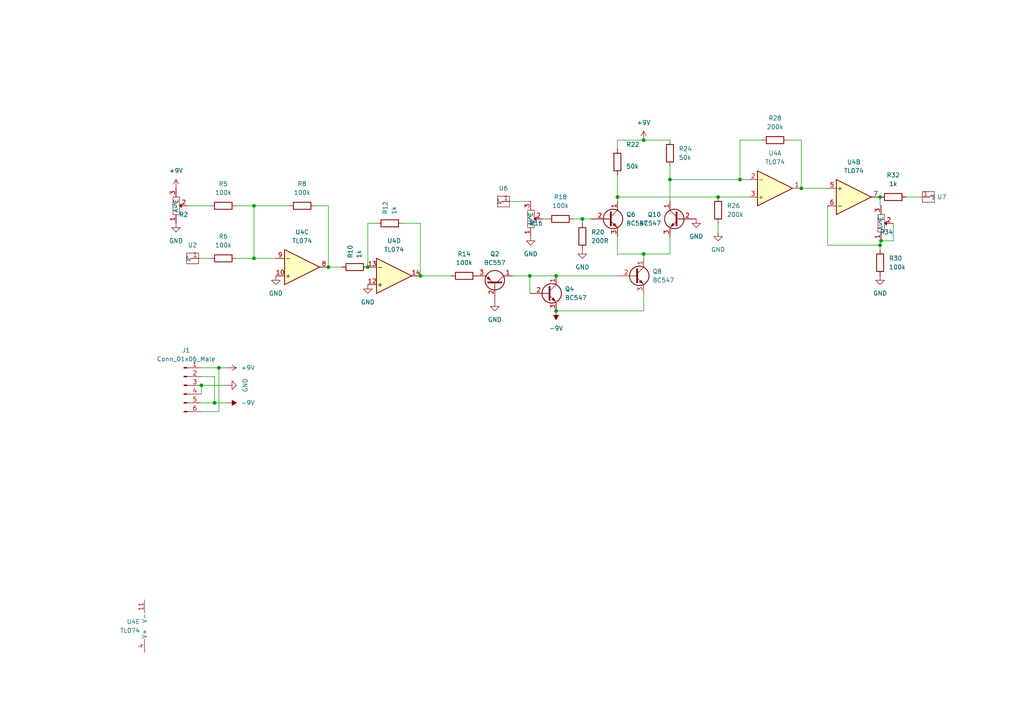
<source format=kicad_sch>
(kicad_sch (version 20211123) (generator eeschema)

  (uuid 0292f831-245c-4a68-aa13-b72c29a32bbd)

  (paper "A4")

  (lib_symbols
    (symbol "Amplifier_Operational:TL074" (pin_names (offset 0.127)) (in_bom yes) (on_board yes)
      (property "Reference" "U" (id 0) (at 0 5.08 0)
        (effects (font (size 1.27 1.27)) (justify left))
      )
      (property "Value" "TL074" (id 1) (at 0 -5.08 0)
        (effects (font (size 1.27 1.27)) (justify left))
      )
      (property "Footprint" "" (id 2) (at -1.27 2.54 0)
        (effects (font (size 1.27 1.27)) hide)
      )
      (property "Datasheet" "http://www.ti.com/lit/ds/symlink/tl071.pdf" (id 3) (at 1.27 5.08 0)
        (effects (font (size 1.27 1.27)) hide)
      )
      (property "ki_locked" "" (id 4) (at 0 0 0)
        (effects (font (size 1.27 1.27)))
      )
      (property "ki_keywords" "quad opamp" (id 5) (at 0 0 0)
        (effects (font (size 1.27 1.27)) hide)
      )
      (property "ki_description" "Quad Low-Noise JFET-Input Operational Amplifiers, DIP-14/SOIC-14" (id 6) (at 0 0 0)
        (effects (font (size 1.27 1.27)) hide)
      )
      (property "ki_fp_filters" "SOIC*3.9x8.7mm*P1.27mm* DIP*W7.62mm* TSSOP*4.4x5mm*P0.65mm* SSOP*5.3x6.2mm*P0.65mm* MSOP*3x3mm*P0.5mm*" (id 7) (at 0 0 0)
        (effects (font (size 1.27 1.27)) hide)
      )
      (symbol "TL074_1_1"
        (polyline
          (pts
            (xy -5.08 5.08)
            (xy 5.08 0)
            (xy -5.08 -5.08)
            (xy -5.08 5.08)
          )
          (stroke (width 0.254) (type default) (color 0 0 0 0))
          (fill (type background))
        )
        (pin output line (at 7.62 0 180) (length 2.54)
          (name "~" (effects (font (size 1.27 1.27))))
          (number "1" (effects (font (size 1.27 1.27))))
        )
        (pin input line (at -7.62 -2.54 0) (length 2.54)
          (name "-" (effects (font (size 1.27 1.27))))
          (number "2" (effects (font (size 1.27 1.27))))
        )
        (pin input line (at -7.62 2.54 0) (length 2.54)
          (name "+" (effects (font (size 1.27 1.27))))
          (number "3" (effects (font (size 1.27 1.27))))
        )
      )
      (symbol "TL074_2_1"
        (polyline
          (pts
            (xy -5.08 5.08)
            (xy 5.08 0)
            (xy -5.08 -5.08)
            (xy -5.08 5.08)
          )
          (stroke (width 0.254) (type default) (color 0 0 0 0))
          (fill (type background))
        )
        (pin input line (at -7.62 2.54 0) (length 2.54)
          (name "+" (effects (font (size 1.27 1.27))))
          (number "5" (effects (font (size 1.27 1.27))))
        )
        (pin input line (at -7.62 -2.54 0) (length 2.54)
          (name "-" (effects (font (size 1.27 1.27))))
          (number "6" (effects (font (size 1.27 1.27))))
        )
        (pin output line (at 7.62 0 180) (length 2.54)
          (name "~" (effects (font (size 1.27 1.27))))
          (number "7" (effects (font (size 1.27 1.27))))
        )
      )
      (symbol "TL074_3_1"
        (polyline
          (pts
            (xy -5.08 5.08)
            (xy 5.08 0)
            (xy -5.08 -5.08)
            (xy -5.08 5.08)
          )
          (stroke (width 0.254) (type default) (color 0 0 0 0))
          (fill (type background))
        )
        (pin input line (at -7.62 2.54 0) (length 2.54)
          (name "+" (effects (font (size 1.27 1.27))))
          (number "10" (effects (font (size 1.27 1.27))))
        )
        (pin output line (at 7.62 0 180) (length 2.54)
          (name "~" (effects (font (size 1.27 1.27))))
          (number "8" (effects (font (size 1.27 1.27))))
        )
        (pin input line (at -7.62 -2.54 0) (length 2.54)
          (name "-" (effects (font (size 1.27 1.27))))
          (number "9" (effects (font (size 1.27 1.27))))
        )
      )
      (symbol "TL074_4_1"
        (polyline
          (pts
            (xy -5.08 5.08)
            (xy 5.08 0)
            (xy -5.08 -5.08)
            (xy -5.08 5.08)
          )
          (stroke (width 0.254) (type default) (color 0 0 0 0))
          (fill (type background))
        )
        (pin input line (at -7.62 2.54 0) (length 2.54)
          (name "+" (effects (font (size 1.27 1.27))))
          (number "12" (effects (font (size 1.27 1.27))))
        )
        (pin input line (at -7.62 -2.54 0) (length 2.54)
          (name "-" (effects (font (size 1.27 1.27))))
          (number "13" (effects (font (size 1.27 1.27))))
        )
        (pin output line (at 7.62 0 180) (length 2.54)
          (name "~" (effects (font (size 1.27 1.27))))
          (number "14" (effects (font (size 1.27 1.27))))
        )
      )
      (symbol "TL074_5_1"
        (pin power_in line (at -2.54 -7.62 90) (length 3.81)
          (name "V-" (effects (font (size 1.27 1.27))))
          (number "11" (effects (font (size 1.27 1.27))))
        )
        (pin power_in line (at -2.54 7.62 270) (length 3.81)
          (name "V+" (effects (font (size 1.27 1.27))))
          (number "4" (effects (font (size 1.27 1.27))))
        )
      )
    )
    (symbol "Connector:Conn_01x06_Male" (pin_names (offset 1.016) hide) (in_bom yes) (on_board yes)
      (property "Reference" "J" (id 0) (at 0 7.62 0)
        (effects (font (size 1.27 1.27)))
      )
      (property "Value" "Conn_01x06_Male" (id 1) (at 0 -10.16 0)
        (effects (font (size 1.27 1.27)))
      )
      (property "Footprint" "" (id 2) (at 0 0 0)
        (effects (font (size 1.27 1.27)) hide)
      )
      (property "Datasheet" "~" (id 3) (at 0 0 0)
        (effects (font (size 1.27 1.27)) hide)
      )
      (property "ki_keywords" "connector" (id 4) (at 0 0 0)
        (effects (font (size 1.27 1.27)) hide)
      )
      (property "ki_description" "Generic connector, single row, 01x06, script generated (kicad-library-utils/schlib/autogen/connector/)" (id 5) (at 0 0 0)
        (effects (font (size 1.27 1.27)) hide)
      )
      (property "ki_fp_filters" "Connector*:*_1x??_*" (id 6) (at 0 0 0)
        (effects (font (size 1.27 1.27)) hide)
      )
      (symbol "Conn_01x06_Male_1_1"
        (polyline
          (pts
            (xy 1.27 -7.62)
            (xy 0.8636 -7.62)
          )
          (stroke (width 0.1524) (type default) (color 0 0 0 0))
          (fill (type none))
        )
        (polyline
          (pts
            (xy 1.27 -5.08)
            (xy 0.8636 -5.08)
          )
          (stroke (width 0.1524) (type default) (color 0 0 0 0))
          (fill (type none))
        )
        (polyline
          (pts
            (xy 1.27 -2.54)
            (xy 0.8636 -2.54)
          )
          (stroke (width 0.1524) (type default) (color 0 0 0 0))
          (fill (type none))
        )
        (polyline
          (pts
            (xy 1.27 0)
            (xy 0.8636 0)
          )
          (stroke (width 0.1524) (type default) (color 0 0 0 0))
          (fill (type none))
        )
        (polyline
          (pts
            (xy 1.27 2.54)
            (xy 0.8636 2.54)
          )
          (stroke (width 0.1524) (type default) (color 0 0 0 0))
          (fill (type none))
        )
        (polyline
          (pts
            (xy 1.27 5.08)
            (xy 0.8636 5.08)
          )
          (stroke (width 0.1524) (type default) (color 0 0 0 0))
          (fill (type none))
        )
        (rectangle (start 0.8636 -7.493) (end 0 -7.747)
          (stroke (width 0.1524) (type default) (color 0 0 0 0))
          (fill (type outline))
        )
        (rectangle (start 0.8636 -4.953) (end 0 -5.207)
          (stroke (width 0.1524) (type default) (color 0 0 0 0))
          (fill (type outline))
        )
        (rectangle (start 0.8636 -2.413) (end 0 -2.667)
          (stroke (width 0.1524) (type default) (color 0 0 0 0))
          (fill (type outline))
        )
        (rectangle (start 0.8636 0.127) (end 0 -0.127)
          (stroke (width 0.1524) (type default) (color 0 0 0 0))
          (fill (type outline))
        )
        (rectangle (start 0.8636 2.667) (end 0 2.413)
          (stroke (width 0.1524) (type default) (color 0 0 0 0))
          (fill (type outline))
        )
        (rectangle (start 0.8636 5.207) (end 0 4.953)
          (stroke (width 0.1524) (type default) (color 0 0 0 0))
          (fill (type outline))
        )
        (pin passive line (at 5.08 5.08 180) (length 3.81)
          (name "Pin_1" (effects (font (size 1.27 1.27))))
          (number "1" (effects (font (size 1.27 1.27))))
        )
        (pin passive line (at 5.08 2.54 180) (length 3.81)
          (name "Pin_2" (effects (font (size 1.27 1.27))))
          (number "2" (effects (font (size 1.27 1.27))))
        )
        (pin passive line (at 5.08 0 180) (length 3.81)
          (name "Pin_3" (effects (font (size 1.27 1.27))))
          (number "3" (effects (font (size 1.27 1.27))))
        )
        (pin passive line (at 5.08 -2.54 180) (length 3.81)
          (name "Pin_4" (effects (font (size 1.27 1.27))))
          (number "4" (effects (font (size 1.27 1.27))))
        )
        (pin passive line (at 5.08 -5.08 180) (length 3.81)
          (name "Pin_5" (effects (font (size 1.27 1.27))))
          (number "5" (effects (font (size 1.27 1.27))))
        )
        (pin passive line (at 5.08 -7.62 180) (length 3.81)
          (name "Pin_6" (effects (font (size 1.27 1.27))))
          (number "6" (effects (font (size 1.27 1.27))))
        )
      )
    )
    (symbol "Device:R" (pin_numbers hide) (pin_names (offset 0)) (in_bom yes) (on_board yes)
      (property "Reference" "R" (id 0) (at 2.032 0 90)
        (effects (font (size 1.27 1.27)))
      )
      (property "Value" "R" (id 1) (at 0 0 90)
        (effects (font (size 1.27 1.27)))
      )
      (property "Footprint" "" (id 2) (at -1.778 0 90)
        (effects (font (size 1.27 1.27)) hide)
      )
      (property "Datasheet" "~" (id 3) (at 0 0 0)
        (effects (font (size 1.27 1.27)) hide)
      )
      (property "ki_keywords" "R res resistor" (id 4) (at 0 0 0)
        (effects (font (size 1.27 1.27)) hide)
      )
      (property "ki_description" "Resistor" (id 5) (at 0 0 0)
        (effects (font (size 1.27 1.27)) hide)
      )
      (property "ki_fp_filters" "R_*" (id 6) (at 0 0 0)
        (effects (font (size 1.27 1.27)) hide)
      )
      (symbol "R_0_1"
        (rectangle (start -1.016 -2.54) (end 1.016 2.54)
          (stroke (width 0.254) (type default) (color 0 0 0 0))
          (fill (type none))
        )
      )
      (symbol "R_1_1"
        (pin passive line (at 0 3.81 270) (length 1.27)
          (name "~" (effects (font (size 1.27 1.27))))
          (number "1" (effects (font (size 1.27 1.27))))
        )
        (pin passive line (at 0 -3.81 90) (length 1.27)
          (name "~" (effects (font (size 1.27 1.27))))
          (number "2" (effects (font (size 1.27 1.27))))
        )
      )
    )
    (symbol "HEJ:AlpsPot" (in_bom yes) (on_board yes)
      (property "Reference" "R" (id 0) (at -6.35 2.54 0)
        (effects (font (size 1.27 1.27)))
      )
      (property "Value" "AlpsPot" (id 1) (at -3.81 13.97 0)
        (effects (font (size 1.27 1.27)) hide)
      )
      (property "Footprint" "pretties:AlpsPot" (id 2) (at -2.54 11.43 0)
        (effects (font (size 1.27 1.27)) hide)
      )
      (property "Datasheet" "" (id 3) (at -2.54 11.43 0)
        (effects (font (size 1.27 1.27)) hide)
      )
      (symbol "AlpsPot_0_1"
        (rectangle (start -4.445 3.81) (end -2.54 -1.27)
          (stroke (width 0) (type default) (color 0 0 0 0))
          (fill (type none))
        )
        (polyline
          (pts
            (xy -2.54 1.27)
            (xy -1.9454 1.8617)
            (xy -1.9454 0.7452)
            (xy -2.54 1.27)
            (xy -2.0208 0.9713)
            (xy -2.0543 1.6216)
            (xy -2.3418 1.2923)
            (xy -2.1548 1.1611)
            (xy -2.1548 1.3844)
            (xy -2.54 1.27)
          )
          (stroke (width 0) (type default) (color 0 0 0 0))
          (fill (type none))
        )
      )
      (symbol "AlpsPot_1_1"
        (pin passive line (at -3.556 -3.81 90) (length 2.54)
          (name "A" (effects (font (size 1.27 1.27))))
          (number "1" (effects (font (size 1.27 1.27))))
        )
        (pin passive line (at 0 1.27 180) (length 2.54)
          (name "S" (effects (font (size 1.27 1.27))))
          (number "2" (effects (font (size 1.27 1.27))))
        )
        (pin passive line (at -3.556 6.35 270) (length 2.54)
          (name "E" (effects (font (size 1.27 1.27))))
          (number "3" (effects (font (size 1.27 1.27))))
        )
        (pin no_connect line (at -11.684 0 270) (length 2.54) hide
          (name "NC" (effects (font (size 1.27 1.27))))
          (number "4" (effects (font (size 1.27 1.27))))
        )
        (pin no_connect line (at -13.716 0 270) (length 2.54) hide
          (name "NC" (effects (font (size 1.27 1.27))))
          (number "5" (effects (font (size 1.27 1.27))))
        )
        (pin no_connect line (at -16.002 0 270) (length 2.54) hide
          (name "NC" (effects (font (size 1.27 1.27))))
          (number "6" (effects (font (size 1.27 1.27))))
        )
      )
    )
    (symbol "HEJ:Aux_flush" (in_bom yes) (on_board yes)
      (property "Reference" "U" (id 0) (at -0.0508 5.3848 0)
        (effects (font (size 1.27 1.27)))
      )
      (property "Value" "Aux_flush" (id 1) (at 0 3.5052 0)
        (effects (font (size 1.27 1.27)) hide)
      )
      (property "Footprint" "" (id 2) (at 0 0 0)
        (effects (font (size 1.27 1.27)) hide)
      )
      (property "Datasheet" "" (id 3) (at 0 0 0)
        (effects (font (size 1.27 1.27)) hide)
      )
      (symbol "Aux_flush_0_1"
        (rectangle (start -1.778 1.524) (end 1.7272 -1.5748)
          (stroke (width 0) (type default) (color 0 0 0 0))
          (fill (type none))
        )
        (polyline
          (pts
            (xy -1.2192 0.0508)
            (xy -0.8636 -0.6604)
            (xy -0.5588 0)
            (xy 1.6764 0)
          )
          (stroke (width 0) (type default) (color 0 0 0 0))
          (fill (type none))
        )
      )
      (symbol "Aux_flush_1_1"
        (pin bidirectional line (at 1.7272 0 180) (length 2)
          (name "1" (effects (font (size 1.27 1.27))))
          (number "1" (effects (font (size 1.27 1.27))))
        )
      )
    )
    (symbol "Transistor_BJT:BC547" (pin_names (offset 0) hide) (in_bom yes) (on_board yes)
      (property "Reference" "Q" (id 0) (at 5.08 1.905 0)
        (effects (font (size 1.27 1.27)) (justify left))
      )
      (property "Value" "BC547" (id 1) (at 5.08 0 0)
        (effects (font (size 1.27 1.27)) (justify left))
      )
      (property "Footprint" "Package_TO_SOT_THT:TO-92_Inline" (id 2) (at 5.08 -1.905 0)
        (effects (font (size 1.27 1.27) italic) (justify left) hide)
      )
      (property "Datasheet" "https://www.onsemi.com/pub/Collateral/BC550-D.pdf" (id 3) (at 0 0 0)
        (effects (font (size 1.27 1.27)) (justify left) hide)
      )
      (property "ki_keywords" "NPN Transistor" (id 4) (at 0 0 0)
        (effects (font (size 1.27 1.27)) hide)
      )
      (property "ki_description" "0.1A Ic, 45V Vce, Small Signal NPN Transistor, TO-92" (id 5) (at 0 0 0)
        (effects (font (size 1.27 1.27)) hide)
      )
      (property "ki_fp_filters" "TO?92*" (id 6) (at 0 0 0)
        (effects (font (size 1.27 1.27)) hide)
      )
      (symbol "BC547_0_1"
        (polyline
          (pts
            (xy 0 0)
            (xy 0.635 0)
          )
          (stroke (width 0) (type default) (color 0 0 0 0))
          (fill (type none))
        )
        (polyline
          (pts
            (xy 0.635 0.635)
            (xy 2.54 2.54)
          )
          (stroke (width 0) (type default) (color 0 0 0 0))
          (fill (type none))
        )
        (polyline
          (pts
            (xy 0.635 -0.635)
            (xy 2.54 -2.54)
            (xy 2.54 -2.54)
          )
          (stroke (width 0) (type default) (color 0 0 0 0))
          (fill (type none))
        )
        (polyline
          (pts
            (xy 0.635 1.905)
            (xy 0.635 -1.905)
            (xy 0.635 -1.905)
          )
          (stroke (width 0.508) (type default) (color 0 0 0 0))
          (fill (type none))
        )
        (polyline
          (pts
            (xy 1.27 -1.778)
            (xy 1.778 -1.27)
            (xy 2.286 -2.286)
            (xy 1.27 -1.778)
            (xy 1.27 -1.778)
          )
          (stroke (width 0) (type default) (color 0 0 0 0))
          (fill (type outline))
        )
        (circle (center 1.27 0) (radius 2.8194)
          (stroke (width 0.254) (type default) (color 0 0 0 0))
          (fill (type none))
        )
      )
      (symbol "BC547_1_1"
        (pin passive line (at 2.54 5.08 270) (length 2.54)
          (name "C" (effects (font (size 1.27 1.27))))
          (number "1" (effects (font (size 1.27 1.27))))
        )
        (pin input line (at -5.08 0 0) (length 5.08)
          (name "B" (effects (font (size 1.27 1.27))))
          (number "2" (effects (font (size 1.27 1.27))))
        )
        (pin passive line (at 2.54 -5.08 90) (length 2.54)
          (name "E" (effects (font (size 1.27 1.27))))
          (number "3" (effects (font (size 1.27 1.27))))
        )
      )
    )
    (symbol "Transistor_BJT:BC557" (pin_names (offset 0) hide) (in_bom yes) (on_board yes)
      (property "Reference" "Q" (id 0) (at 5.08 1.905 0)
        (effects (font (size 1.27 1.27)) (justify left))
      )
      (property "Value" "BC557" (id 1) (at 5.08 0 0)
        (effects (font (size 1.27 1.27)) (justify left))
      )
      (property "Footprint" "Package_TO_SOT_THT:TO-92_Inline" (id 2) (at 5.08 -1.905 0)
        (effects (font (size 1.27 1.27) italic) (justify left) hide)
      )
      (property "Datasheet" "https://www.onsemi.com/pub/Collateral/BC556BTA-D.pdf" (id 3) (at 0 0 0)
        (effects (font (size 1.27 1.27)) (justify left) hide)
      )
      (property "ki_keywords" "PNP Transistor" (id 4) (at 0 0 0)
        (effects (font (size 1.27 1.27)) hide)
      )
      (property "ki_description" "0.1A Ic, 45V Vce, PNP Small Signal Transistor, TO-92" (id 5) (at 0 0 0)
        (effects (font (size 1.27 1.27)) hide)
      )
      (property "ki_fp_filters" "TO?92*" (id 6) (at 0 0 0)
        (effects (font (size 1.27 1.27)) hide)
      )
      (symbol "BC557_0_1"
        (polyline
          (pts
            (xy 0.635 0.635)
            (xy 2.54 2.54)
          )
          (stroke (width 0) (type default) (color 0 0 0 0))
          (fill (type none))
        )
        (polyline
          (pts
            (xy 0.635 -0.635)
            (xy 2.54 -2.54)
            (xy 2.54 -2.54)
          )
          (stroke (width 0) (type default) (color 0 0 0 0))
          (fill (type none))
        )
        (polyline
          (pts
            (xy 0.635 1.905)
            (xy 0.635 -1.905)
            (xy 0.635 -1.905)
          )
          (stroke (width 0.508) (type default) (color 0 0 0 0))
          (fill (type none))
        )
        (polyline
          (pts
            (xy 2.286 -1.778)
            (xy 1.778 -2.286)
            (xy 1.27 -1.27)
            (xy 2.286 -1.778)
            (xy 2.286 -1.778)
          )
          (stroke (width 0) (type default) (color 0 0 0 0))
          (fill (type outline))
        )
        (circle (center 1.27 0) (radius 2.8194)
          (stroke (width 0.254) (type default) (color 0 0 0 0))
          (fill (type none))
        )
      )
      (symbol "BC557_1_1"
        (pin passive line (at 2.54 5.08 270) (length 2.54)
          (name "C" (effects (font (size 1.27 1.27))))
          (number "1" (effects (font (size 1.27 1.27))))
        )
        (pin input line (at -5.08 0 0) (length 5.715)
          (name "B" (effects (font (size 1.27 1.27))))
          (number "2" (effects (font (size 1.27 1.27))))
        )
        (pin passive line (at 2.54 -5.08 90) (length 2.54)
          (name "E" (effects (font (size 1.27 1.27))))
          (number "3" (effects (font (size 1.27 1.27))))
        )
      )
    )
    (symbol "power:+9V" (power) (pin_names (offset 0)) (in_bom yes) (on_board yes)
      (property "Reference" "#PWR" (id 0) (at 0 -3.81 0)
        (effects (font (size 1.27 1.27)) hide)
      )
      (property "Value" "+9V" (id 1) (at 0 3.556 0)
        (effects (font (size 1.27 1.27)))
      )
      (property "Footprint" "" (id 2) (at 0 0 0)
        (effects (font (size 1.27 1.27)) hide)
      )
      (property "Datasheet" "" (id 3) (at 0 0 0)
        (effects (font (size 1.27 1.27)) hide)
      )
      (property "ki_keywords" "power-flag" (id 4) (at 0 0 0)
        (effects (font (size 1.27 1.27)) hide)
      )
      (property "ki_description" "Power symbol creates a global label with name \"+9V\"" (id 5) (at 0 0 0)
        (effects (font (size 1.27 1.27)) hide)
      )
      (symbol "+9V_0_1"
        (polyline
          (pts
            (xy -0.762 1.27)
            (xy 0 2.54)
          )
          (stroke (width 0) (type default) (color 0 0 0 0))
          (fill (type none))
        )
        (polyline
          (pts
            (xy 0 0)
            (xy 0 2.54)
          )
          (stroke (width 0) (type default) (color 0 0 0 0))
          (fill (type none))
        )
        (polyline
          (pts
            (xy 0 2.54)
            (xy 0.762 1.27)
          )
          (stroke (width 0) (type default) (color 0 0 0 0))
          (fill (type none))
        )
      )
      (symbol "+9V_1_1"
        (pin power_in line (at 0 0 90) (length 0) hide
          (name "+9V" (effects (font (size 1.27 1.27))))
          (number "1" (effects (font (size 1.27 1.27))))
        )
      )
    )
    (symbol "power:-9V" (power) (pin_names (offset 0)) (in_bom yes) (on_board yes)
      (property "Reference" "#PWR" (id 0) (at 0 -3.175 0)
        (effects (font (size 1.27 1.27)) hide)
      )
      (property "Value" "-9V" (id 1) (at 0 3.81 0)
        (effects (font (size 1.27 1.27)))
      )
      (property "Footprint" "" (id 2) (at 0 0 0)
        (effects (font (size 1.27 1.27)) hide)
      )
      (property "Datasheet" "" (id 3) (at 0 0 0)
        (effects (font (size 1.27 1.27)) hide)
      )
      (property "ki_keywords" "power-flag" (id 4) (at 0 0 0)
        (effects (font (size 1.27 1.27)) hide)
      )
      (property "ki_description" "Power symbol creates a global label with name \"-9V\"" (id 5) (at 0 0 0)
        (effects (font (size 1.27 1.27)) hide)
      )
      (symbol "-9V_0_1"
        (polyline
          (pts
            (xy 0 0)
            (xy 0 2.54)
          )
          (stroke (width 0) (type default) (color 0 0 0 0))
          (fill (type none))
        )
        (polyline
          (pts
            (xy 0.762 1.27)
            (xy -0.762 1.27)
            (xy 0 2.54)
            (xy 0.762 1.27)
          )
          (stroke (width 0) (type default) (color 0 0 0 0))
          (fill (type outline))
        )
      )
      (symbol "-9V_1_1"
        (pin power_in line (at 0 0 90) (length 0) hide
          (name "-9V" (effects (font (size 1.27 1.27))))
          (number "1" (effects (font (size 1.27 1.27))))
        )
      )
    )
    (symbol "power:GND" (power) (pin_names (offset 0)) (in_bom yes) (on_board yes)
      (property "Reference" "#PWR" (id 0) (at 0 -6.35 0)
        (effects (font (size 1.27 1.27)) hide)
      )
      (property "Value" "GND" (id 1) (at 0 -3.81 0)
        (effects (font (size 1.27 1.27)))
      )
      (property "Footprint" "" (id 2) (at 0 0 0)
        (effects (font (size 1.27 1.27)) hide)
      )
      (property "Datasheet" "" (id 3) (at 0 0 0)
        (effects (font (size 1.27 1.27)) hide)
      )
      (property "ki_keywords" "power-flag" (id 4) (at 0 0 0)
        (effects (font (size 1.27 1.27)) hide)
      )
      (property "ki_description" "Power symbol creates a global label with name \"GND\" , ground" (id 5) (at 0 0 0)
        (effects (font (size 1.27 1.27)) hide)
      )
      (symbol "GND_0_1"
        (polyline
          (pts
            (xy 0 0)
            (xy 0 -1.27)
            (xy 1.27 -1.27)
            (xy 0 -2.54)
            (xy -1.27 -1.27)
            (xy 0 -1.27)
          )
          (stroke (width 0) (type default) (color 0 0 0 0))
          (fill (type none))
        )
      )
      (symbol "GND_1_1"
        (pin power_in line (at 0 0 270) (length 0) hide
          (name "GND" (effects (font (size 1.27 1.27))))
          (number "1" (effects (font (size 1.27 1.27))))
        )
      )
    )
  )

  (junction (at 232.41 54.61) (diameter 0) (color 0 0 0 0)
    (uuid 06ac4f6d-a74a-4b86-a8dd-96b6baa1742c)
  )
  (junction (at 161.29 80.01) (diameter 0) (color 0 0 0 0)
    (uuid 130523a7-c2d4-43ae-ba8e-f672ac0f765b)
  )
  (junction (at 255.27 57.15) (diameter 0) (color 0 0 0 0)
    (uuid 1826d930-c099-440b-b586-0c86c82ebe5f)
  )
  (junction (at 121.92 80.01) (diameter 0) (color 0 0 0 0)
    (uuid 27bb3ba4-f58b-4cd6-945f-8af735f5d721)
  )
  (junction (at 95.25 77.47) (diameter 0) (color 0 0 0 0)
    (uuid 4199294b-86d4-4112-9070-3bd2e763ba95)
  )
  (junction (at 255.524 69.85) (diameter 0) (color 0 0 0 0)
    (uuid 4d406988-e8db-482a-a3e5-37b379dd18e5)
  )
  (junction (at 62.23 116.84) (diameter 0) (color 0 0 0 0)
    (uuid 5168be4b-1b8d-4e65-9895-33062f6811ec)
  )
  (junction (at 73.66 74.93) (diameter 0) (color 0 0 0 0)
    (uuid 5bcc44eb-afac-400f-9da0-7dc281d58230)
  )
  (junction (at 106.68 77.47) (diameter 0) (color 0 0 0 0)
    (uuid 5f2453c2-2554-4357-b34c-b38fe4bce5c8)
  )
  (junction (at 208.28 57.15) (diameter 0) (color 0 0 0 0)
    (uuid 62be1101-5458-4b0c-b050-20030559d988)
  )
  (junction (at 73.66 59.69) (diameter 0) (color 0 0 0 0)
    (uuid 642de52c-b782-4e49-b72a-861f72c3a839)
  )
  (junction (at 179.07 57.15) (diameter 0) (color 0 0 0 0)
    (uuid 71e7f544-ecbb-4ad0-bd4a-5cb96d5452f8)
  )
  (junction (at 186.69 73.66) (diameter 0) (color 0 0 0 0)
    (uuid 790f49b6-8dc9-4de9-8490-3efe4f96c72c)
  )
  (junction (at 168.91 63.5) (diameter 0) (color 0 0 0 0)
    (uuid 9379a33e-17bf-4215-973b-d2d4cdfe7710)
  )
  (junction (at 255.27 71.12) (diameter 0) (color 0 0 0 0)
    (uuid 939fe0aa-0155-4783-9835-fa497af6a7b1)
  )
  (junction (at 214.63 52.07) (diameter 0) (color 0 0 0 0)
    (uuid 94c9743b-9a5f-4b25-abb6-7bf52a02726f)
  )
  (junction (at 194.31 52.07) (diameter 0) (color 0 0 0 0)
    (uuid 9e01efd9-5ba6-4059-b944-252b1dc7c947)
  )
  (junction (at 58.42 111.76) (diameter 0) (color 0 0 0 0)
    (uuid a9e9f372-d4a6-487c-918d-a13fdfda0482)
  )
  (junction (at 186.69 40.64) (diameter 0) (color 0 0 0 0)
    (uuid b1893897-da0c-4f9e-a6bc-3b380b872c08)
  )
  (junction (at 63.5 106.68) (diameter 0) (color 0 0 0 0)
    (uuid b2a769e8-61ae-4006-82a2-48880b10cbb7)
  )
  (junction (at 153.67 80.01) (diameter 0) (color 0 0 0 0)
    (uuid e0b4c1bf-dffd-4f85-82b8-62ea5dda95c8)
  )
  (junction (at 161.29 90.17) (diameter 0) (color 0 0 0 0)
    (uuid ee0269aa-80d7-451c-b9bf-53a78a29313f)
  )

  (wire (pts (xy 255.27 69.85) (xy 255.524 69.85))
    (stroke (width 0) (type default) (color 0 0 0 0))
    (uuid 0123f39b-2cc3-44d7-aadd-a1c6cd34fc08)
  )
  (wire (pts (xy 232.41 54.61) (xy 240.03 54.61))
    (stroke (width 0) (type default) (color 0 0 0 0))
    (uuid 0259b3b0-bf41-46ac-a2a2-e721b15e1c4a)
  )
  (wire (pts (xy 121.92 80.01) (xy 121.92 64.77))
    (stroke (width 0) (type default) (color 0 0 0 0))
    (uuid 0557c9e4-8884-4ee0-8fd2-d6cf306952f7)
  )
  (wire (pts (xy 186.69 73.66) (xy 186.69 74.93))
    (stroke (width 0) (type default) (color 0 0 0 0))
    (uuid 0742d8d5-2ec9-47d7-9ccc-8bf1296f8fa7)
  )
  (wire (pts (xy 95.25 59.69) (xy 95.25 77.47))
    (stroke (width 0) (type default) (color 0 0 0 0))
    (uuid 0868e0f8-d3f1-43b2-b30e-225cb98f4ba3)
  )
  (wire (pts (xy 68.58 74.93) (xy 73.66 74.93))
    (stroke (width 0) (type default) (color 0 0 0 0))
    (uuid 0aa516ff-2e67-49b4-aaa8-1a8a8b18d9f8)
  )
  (wire (pts (xy 179.07 57.15) (xy 208.28 57.15))
    (stroke (width 0) (type default) (color 0 0 0 0))
    (uuid 0c7d949a-fba5-4927-9768-93a06a9ee398)
  )
  (wire (pts (xy 73.66 59.69) (xy 73.66 74.93))
    (stroke (width 0) (type default) (color 0 0 0 0))
    (uuid 0ccfc34e-b257-43c3-8361-fc4a501c7de3)
  )
  (wire (pts (xy 62.23 116.84) (xy 58.42 116.84))
    (stroke (width 0) (type default) (color 0 0 0 0))
    (uuid 0e9ccc11-ad11-4cdb-ba20-e5922d479b21)
  )
  (wire (pts (xy 194.31 52.07) (xy 214.63 52.07))
    (stroke (width 0) (type default) (color 0 0 0 0))
    (uuid 12ea27e6-13fa-423e-8b01-b904d0753f80)
  )
  (wire (pts (xy 186.69 40.64) (xy 194.31 40.64))
    (stroke (width 0) (type default) (color 0 0 0 0))
    (uuid 1578a445-fb2a-45f3-b479-e2bc6914f7bf)
  )
  (wire (pts (xy 194.31 52.07) (xy 194.31 58.42))
    (stroke (width 0) (type default) (color 0 0 0 0))
    (uuid 18b55c28-d426-45f0-93c9-83ff1d53b3df)
  )
  (wire (pts (xy 214.63 40.64) (xy 220.98 40.64))
    (stroke (width 0) (type default) (color 0 0 0 0))
    (uuid 1b5877b0-fa54-4dee-8216-24dcb9556f4f)
  )
  (wire (pts (xy 73.66 59.69) (xy 83.82 59.69))
    (stroke (width 0) (type default) (color 0 0 0 0))
    (uuid 24c32714-7b60-497e-b793-ea9c3765313f)
  )
  (wire (pts (xy 157.48 63.5) (xy 158.75 63.5))
    (stroke (width 0) (type default) (color 0 0 0 0))
    (uuid 2c3bca5b-b1ee-4a80-9a46-f51928f13444)
  )
  (wire (pts (xy 62.23 109.22) (xy 62.23 116.84))
    (stroke (width 0) (type default) (color 0 0 0 0))
    (uuid 2d8d8f33-47af-4412-8a0c-b6fce7e6fe4a)
  )
  (wire (pts (xy 62.23 116.84) (xy 66.04 116.84))
    (stroke (width 0) (type default) (color 0 0 0 0))
    (uuid 2f89b0f9-8232-4cb0-8c03-27fd5fc727cf)
  )
  (wire (pts (xy 255.27 59.69) (xy 255.524 59.69))
    (stroke (width 0) (type default) (color 0 0 0 0))
    (uuid 31826663-6e97-476c-9a6e-c43df1746af0)
  )
  (wire (pts (xy 153.67 85.09) (xy 153.67 80.01))
    (stroke (width 0) (type default) (color 0 0 0 0))
    (uuid 4027516f-8df7-4cfd-8908-18c642903113)
  )
  (wire (pts (xy 106.68 77.47) (xy 106.68 64.77))
    (stroke (width 0) (type default) (color 0 0 0 0))
    (uuid 4cf8f431-7510-4226-bf7f-622e6de3f359)
  )
  (wire (pts (xy 57.6072 74.93) (xy 60.96 74.93))
    (stroke (width 0) (type default) (color 0 0 0 0))
    (uuid 557b67f2-6a09-4bde-ad3e-efc7d0536751)
  )
  (wire (pts (xy 208.28 57.15) (xy 217.17 57.15))
    (stroke (width 0) (type default) (color 0 0 0 0))
    (uuid 64f8c6da-905c-491e-998e-0567d4435f12)
  )
  (wire (pts (xy 214.63 52.07) (xy 214.63 40.64))
    (stroke (width 0) (type default) (color 0 0 0 0))
    (uuid 6b9c808c-eb0c-4907-aa2c-16d347ff628b)
  )
  (wire (pts (xy 148.59 80.01) (xy 153.67 80.01))
    (stroke (width 0) (type default) (color 0 0 0 0))
    (uuid 6d3dff93-d957-420c-b564-f10d7e55f391)
  )
  (wire (pts (xy 121.92 64.77) (xy 116.84 64.77))
    (stroke (width 0) (type default) (color 0 0 0 0))
    (uuid 6fe6b817-7a7b-4882-9dd8-edba591fb9fb)
  )
  (wire (pts (xy 73.66 74.93) (xy 80.01 74.93))
    (stroke (width 0) (type default) (color 0 0 0 0))
    (uuid 76a03659-35d9-4671-837e-bf0a04421289)
  )
  (wire (pts (xy 58.42 111.76) (xy 58.42 114.3))
    (stroke (width 0) (type default) (color 0 0 0 0))
    (uuid 76f671cf-36ab-45e4-aa01-30a6b347c8ad)
  )
  (wire (pts (xy 179.07 40.64) (xy 179.07 43.18))
    (stroke (width 0) (type default) (color 0 0 0 0))
    (uuid 783424f7-d7c3-4555-9db9-9ec4a494a12f)
  )
  (wire (pts (xy 214.63 52.07) (xy 217.17 52.07))
    (stroke (width 0) (type default) (color 0 0 0 0))
    (uuid 7cf7f48c-b7ac-4c1f-9e36-1bc91be33689)
  )
  (wire (pts (xy 186.69 73.66) (xy 194.31 73.66))
    (stroke (width 0) (type default) (color 0 0 0 0))
    (uuid 7d685c10-a4b0-42eb-94d7-276d616e56d5)
  )
  (wire (pts (xy 262.89 57.15) (xy 267.5128 57.15))
    (stroke (width 0) (type default) (color 0 0 0 0))
    (uuid 7fab4a61-6a26-4a69-98e2-a362009277d9)
  )
  (wire (pts (xy 161.29 90.17) (xy 186.69 90.17))
    (stroke (width 0) (type default) (color 0 0 0 0))
    (uuid 81baa97d-c36b-4a63-a341-f6b01a2b1e5d)
  )
  (wire (pts (xy 194.31 73.66) (xy 194.31 68.58))
    (stroke (width 0) (type default) (color 0 0 0 0))
    (uuid 8c8c2ff3-2818-4300-8a59-01e0ed06204f)
  )
  (wire (pts (xy 106.68 64.77) (xy 109.22 64.77))
    (stroke (width 0) (type default) (color 0 0 0 0))
    (uuid 8c9d09e5-7af0-44a4-99e2-4fa2a82aa1f8)
  )
  (wire (pts (xy 166.37 63.5) (xy 168.91 63.5))
    (stroke (width 0) (type default) (color 0 0 0 0))
    (uuid 9123cfab-83e2-431e-8207-6932865ec51c)
  )
  (wire (pts (xy 186.69 90.17) (xy 186.69 85.09))
    (stroke (width 0) (type default) (color 0 0 0 0))
    (uuid 922eff70-5618-4cc6-92cf-7002edfb6c27)
  )
  (wire (pts (xy 54.61 59.69) (xy 60.96 59.69))
    (stroke (width 0) (type default) (color 0 0 0 0))
    (uuid 947489a7-d136-41ef-850a-eecfa6d93ca5)
  )
  (wire (pts (xy 153.67 80.01) (xy 161.29 80.01))
    (stroke (width 0) (type default) (color 0 0 0 0))
    (uuid 95ec8f0c-4d3c-4027-bfa0-9ed6b0358ee7)
  )
  (wire (pts (xy 255.27 71.12) (xy 255.27 69.85))
    (stroke (width 0) (type default) (color 0 0 0 0))
    (uuid 9e061564-f87a-4a11-9ea4-324a8ab697e6)
  )
  (wire (pts (xy 58.42 111.76) (xy 66.04 111.76))
    (stroke (width 0) (type default) (color 0 0 0 0))
    (uuid 9eac38cc-ccd5-4861-a46f-bdb838b7be4e)
  )
  (wire (pts (xy 232.41 40.64) (xy 232.41 54.61))
    (stroke (width 0) (type default) (color 0 0 0 0))
    (uuid a031ea75-31bd-4aa6-9678-c30b3c9fea95)
  )
  (wire (pts (xy 68.58 59.69) (xy 73.66 59.69))
    (stroke (width 0) (type default) (color 0 0 0 0))
    (uuid a7717697-ac04-4b5c-94ea-3bc8d3249480)
  )
  (wire (pts (xy 179.07 73.66) (xy 179.07 68.58))
    (stroke (width 0) (type default) (color 0 0 0 0))
    (uuid ab0246fc-5f87-40ad-b2bd-c4ee6d7ddb4c)
  )
  (wire (pts (xy 168.91 63.5) (xy 171.45 63.5))
    (stroke (width 0) (type default) (color 0 0 0 0))
    (uuid abf043aa-71ed-4c02-b203-ce6566ae26de)
  )
  (wire (pts (xy 255.27 71.12) (xy 255.27 72.39))
    (stroke (width 0) (type default) (color 0 0 0 0))
    (uuid ac146389-ad28-435c-978d-4c151a10408f)
  )
  (wire (pts (xy 58.42 106.68) (xy 63.5 106.68))
    (stroke (width 0) (type default) (color 0 0 0 0))
    (uuid ac2b4aca-e772-4c80-85d5-943701340151)
  )
  (wire (pts (xy 194.31 48.26) (xy 194.31 52.07))
    (stroke (width 0) (type default) (color 0 0 0 0))
    (uuid ac4c202a-3141-4cde-b86b-aca943bb5d70)
  )
  (wire (pts (xy 95.25 77.47) (xy 99.06 77.47))
    (stroke (width 0) (type default) (color 0 0 0 0))
    (uuid b6f156b0-b3e9-4608-8dad-0fd5ff75718d)
  )
  (wire (pts (xy 168.91 64.77) (xy 168.91 63.5))
    (stroke (width 0) (type default) (color 0 0 0 0))
    (uuid b7651299-1b8a-45b2-a66e-e7501809bc15)
  )
  (wire (pts (xy 91.44 59.69) (xy 95.25 59.69))
    (stroke (width 0) (type default) (color 0 0 0 0))
    (uuid ba8ebae0-1196-4e86-88a5-fbff710a46c7)
  )
  (wire (pts (xy 259.08 69.85) (xy 255.524 69.85))
    (stroke (width 0) (type default) (color 0 0 0 0))
    (uuid be0bb74b-ec3d-440b-971e-27e8c6ac8934)
  )
  (wire (pts (xy 208.28 64.77) (xy 208.28 67.31))
    (stroke (width 0) (type default) (color 0 0 0 0))
    (uuid bf258c22-586d-4894-9e02-4de2b47897d7)
  )
  (wire (pts (xy 147.7772 58.42) (xy 153.924 58.42))
    (stroke (width 0) (type default) (color 0 0 0 0))
    (uuid c55a0e10-37d6-4b10-ba77-69eeb7123119)
  )
  (wire (pts (xy 63.5 106.68) (xy 66.04 106.68))
    (stroke (width 0) (type default) (color 0 0 0 0))
    (uuid ce3e506e-5ac2-4831-aa61-e2687a2d5053)
  )
  (wire (pts (xy 121.92 80.01) (xy 130.81 80.01))
    (stroke (width 0) (type default) (color 0 0 0 0))
    (uuid d5de0e0d-b439-4cc2-aed2-d7ecdea0fba9)
  )
  (wire (pts (xy 58.42 109.22) (xy 62.23 109.22))
    (stroke (width 0) (type default) (color 0 0 0 0))
    (uuid d610e1d1-671e-4e33-8568-419d9074c3fe)
  )
  (wire (pts (xy 58.42 119.38) (xy 63.5 119.38))
    (stroke (width 0) (type default) (color 0 0 0 0))
    (uuid d809f2a1-8ccd-48c5-adc9-82bb96214d94)
  )
  (wire (pts (xy 179.07 50.8) (xy 179.07 57.15))
    (stroke (width 0) (type default) (color 0 0 0 0))
    (uuid d968628a-da10-46ed-9be0-de2079f6ec93)
  )
  (wire (pts (xy 179.07 40.64) (xy 186.69 40.64))
    (stroke (width 0) (type default) (color 0 0 0 0))
    (uuid d9da176e-e2cb-441f-8c3b-c379becfe162)
  )
  (wire (pts (xy 63.5 106.68) (xy 63.5 119.38))
    (stroke (width 0) (type default) (color 0 0 0 0))
    (uuid da85f579-648b-415e-bcd3-191422754030)
  )
  (wire (pts (xy 179.07 57.15) (xy 179.07 58.42))
    (stroke (width 0) (type default) (color 0 0 0 0))
    (uuid df70495f-df92-42cc-aab9-533cd8ea6886)
  )
  (wire (pts (xy 179.07 73.66) (xy 186.69 73.66))
    (stroke (width 0) (type default) (color 0 0 0 0))
    (uuid e0445224-e2c4-4527-890a-f87ba3ee7f4e)
  )
  (wire (pts (xy 232.41 40.64) (xy 228.6 40.64))
    (stroke (width 0) (type default) (color 0 0 0 0))
    (uuid e0dff20e-df2e-43c0-83e2-cd7ccf46ed31)
  )
  (wire (pts (xy 240.03 59.69) (xy 240.03 71.12))
    (stroke (width 0) (type default) (color 0 0 0 0))
    (uuid e419d1e9-aade-48df-8b52-993f5b9f79f2)
  )
  (wire (pts (xy 259.08 64.77) (xy 259.08 69.85))
    (stroke (width 0) (type default) (color 0 0 0 0))
    (uuid f2746748-5895-48ce-b080-8e229c19e18b)
  )
  (wire (pts (xy 255.27 57.15) (xy 255.27 59.69))
    (stroke (width 0) (type default) (color 0 0 0 0))
    (uuid fb204e25-dd0e-4e1f-aa7d-f5a99a2b1b72)
  )
  (wire (pts (xy 240.03 71.12) (xy 255.27 71.12))
    (stroke (width 0) (type default) (color 0 0 0 0))
    (uuid fbb08a3e-1c6c-436b-9a24-a484688cd9fa)
  )
  (wire (pts (xy 161.29 80.01) (xy 179.07 80.01))
    (stroke (width 0) (type default) (color 0 0 0 0))
    (uuid ff9013f9-bf75-4dcb-a61d-bf13af164a06)
  )

  (symbol (lib_id "power:GND") (at 168.91 72.39 0) (unit 1)
    (in_bom yes) (on_board yes) (fields_autoplaced)
    (uuid 005835e4-5fd7-4d91-a907-9ba108c881c4)
    (property "Reference" "#PWR0114" (id 0) (at 168.91 78.74 0)
      (effects (font (size 1.27 1.27)) hide)
    )
    (property "Value" "GND" (id 1) (at 168.91 77.47 0))
    (property "Footprint" "" (id 2) (at 168.91 72.39 0)
      (effects (font (size 1.27 1.27)) hide)
    )
    (property "Datasheet" "" (id 3) (at 168.91 72.39 0)
      (effects (font (size 1.27 1.27)) hide)
    )
    (pin "1" (uuid 35ca600c-97bb-4ca4-9031-d56f52432d91))
  )

  (symbol (lib_id "Amplifier_Operational:TL074") (at 114.3 80.01 0) (mirror x) (unit 4)
    (in_bom yes) (on_board yes) (fields_autoplaced)
    (uuid 069041c8-3011-46ce-89f0-126070de8cd8)
    (property "Reference" "U4" (id 0) (at 114.3 69.85 0))
    (property "Value" "TL074" (id 1) (at 114.3 72.39 0))
    (property "Footprint" "Package_DIP:DIP-14_W7.62mm" (id 2) (at 113.03 82.55 0)
      (effects (font (size 1.27 1.27)) hide)
    )
    (property "Datasheet" "http://www.ti.com/lit/ds/symlink/tl071.pdf" (id 3) (at 115.57 85.09 0)
      (effects (font (size 1.27 1.27)) hide)
    )
    (pin "1" (uuid 9e4e5339-2492-4468-bb29-dbb1b5e84f88))
    (pin "2" (uuid 66ca442a-4d0d-4bd5-8b6c-b0d82e641101))
    (pin "3" (uuid a13ae741-015c-4004-9c47-d9a2726be8ed))
    (pin "5" (uuid de370a5a-0231-464c-8403-006676fd1a85))
    (pin "6" (uuid 974cfc56-dc1b-4b8b-af66-6b0d6fb235f9))
    (pin "7" (uuid 86128ca0-4657-4660-90c2-213dd88abb1c))
    (pin "10" (uuid 209f118a-cd9a-4cf7-b013-be1172e53b87))
    (pin "8" (uuid 77d97cd7-415d-48a4-aaa5-97d0527bcbc9))
    (pin "9" (uuid 230ef795-a8d5-45b4-8aef-b7486a49d35e))
    (pin "12" (uuid 3d3d4592-f501-48eb-87a5-9e22d6f56044))
    (pin "13" (uuid be7e6189-f869-45b3-a00c-26572db1835b))
    (pin "14" (uuid 392c4d0e-1673-4c89-8e6e-5450d9611154))
    (pin "11" (uuid 6daad2dc-61b0-4e60-9ea8-20b3cec624ec))
    (pin "4" (uuid 567ad7b4-e0c9-4006-8213-0e781ed56914))
  )

  (symbol (lib_id "HEJ:Aux_flush") (at 269.24 57.15 180) (unit 1)
    (in_bom yes) (on_board yes) (fields_autoplaced)
    (uuid 0a006aea-5099-4741-a09b-402be7fe819b)
    (property "Reference" "U7" (id 0) (at 271.78 57.1245 0)
      (effects (font (size 1.27 1.27)) (justify right))
    )
    (property "Value" "Aux_flush" (id 1) (at 269.24 60.6552 0)
      (effects (font (size 1.27 1.27)) hide)
    )
    (property "Footprint" "Library:aux_flush" (id 2) (at 269.24 57.15 0)
      (effects (font (size 1.27 1.27)) hide)
    )
    (property "Datasheet" "" (id 3) (at 269.24 57.15 0)
      (effects (font (size 1.27 1.27)) hide)
    )
    (pin "1" (uuid 10748b7f-d267-4eb1-85ff-27374aa90de5))
  )

  (symbol (lib_id "Device:R") (at 194.31 44.45 180) (unit 1)
    (in_bom yes) (on_board yes) (fields_autoplaced)
    (uuid 0af7c661-6559-4d07-9f00-ecdc35cad871)
    (property "Reference" "R24" (id 0) (at 196.85 43.1799 0)
      (effects (font (size 1.27 1.27)) (justify right))
    )
    (property "Value" "50k" (id 1) (at 196.85 45.7199 0)
      (effects (font (size 1.27 1.27)) (justify right))
    )
    (property "Footprint" "Resistor_THT:R_Axial_DIN0204_L3.6mm_D1.6mm_P7.62mm_Horizontal" (id 2) (at 196.088 44.45 90)
      (effects (font (size 1.27 1.27)) hide)
    )
    (property "Datasheet" "~" (id 3) (at 194.31 44.45 0)
      (effects (font (size 1.27 1.27)) hide)
    )
    (pin "1" (uuid fb31799f-0bee-486b-a3a7-15466530d2b7))
    (pin "2" (uuid b1ef3d8f-95bc-43fb-ae83-c9990b18ba98))
  )

  (symbol (lib_id "HEJ:AlpsPot") (at 259.08 66.04 0) (unit 1)
    (in_bom yes) (on_board yes)
    (uuid 1e7c2d8b-a770-4a30-a7ae-4e1a51b50d40)
    (property "Reference" "R34" (id 0) (at 259.08 67.31 0)
      (effects (font (size 1.27 1.27)) (justify right))
    )
    (property "Value" "AlpsPot" (id 1) (at 255.27 52.07 0)
      (effects (font (size 1.27 1.27)) hide)
    )
    (property "Footprint" "pretties:AlpsPot" (id 2) (at 256.54 54.61 0)
      (effects (font (size 1.27 1.27)) hide)
    )
    (property "Datasheet" "" (id 3) (at 256.54 54.61 0)
      (effects (font (size 1.27 1.27)) hide)
    )
    (pin "1" (uuid 067f2e1c-413d-471f-be24-624abc6a5c31))
    (pin "2" (uuid 67a0d28f-11da-4169-b955-d13cc9c6799a))
    (pin "3" (uuid 278b3a8b-5f1a-4e3e-9de4-af0417cf242d))
    (pin "4" (uuid 80d75c5f-1164-4a5e-a0b8-fd36f07e5bd2))
    (pin "5" (uuid a7eb26b8-f5fb-4b5b-a60c-d95f2febc349))
    (pin "6" (uuid 87a170d1-1588-4c24-9d90-5740d881d348))
  )

  (symbol (lib_id "HEJ:Aux_flush") (at 55.88 74.93 0) (unit 1)
    (in_bom yes) (on_board yes) (fields_autoplaced)
    (uuid 2995caed-583b-4793-a6da-fec0a80a646f)
    (property "Reference" "U2" (id 0) (at 55.8546 71.12 0))
    (property "Value" "Aux_flush" (id 1) (at 55.88 71.4248 0)
      (effects (font (size 1.27 1.27)) hide)
    )
    (property "Footprint" "Library:aux_flush" (id 2) (at 55.88 74.93 0)
      (effects (font (size 1.27 1.27)) hide)
    )
    (property "Datasheet" "" (id 3) (at 55.88 74.93 0)
      (effects (font (size 1.27 1.27)) hide)
    )
    (pin "1" (uuid 161119f2-8f3e-40ac-89d0-7d52c19e954f))
  )

  (symbol (lib_id "Transistor_BJT:BC557") (at 143.51 82.55 270) (mirror x) (unit 1)
    (in_bom yes) (on_board yes) (fields_autoplaced)
    (uuid 2e4615cd-aaef-462e-94ff-86bad40e9f46)
    (property "Reference" "Q2" (id 0) (at 143.51 73.66 90))
    (property "Value" "BC557" (id 1) (at 143.51 76.2 90))
    (property "Footprint" "Package_TO_SOT_THT:TO-92_Inline_Wide" (id 2) (at 141.605 77.47 0)
      (effects (font (size 1.27 1.27) italic) (justify left) hide)
    )
    (property "Datasheet" "https://www.onsemi.com/pub/Collateral/BC556BTA-D.pdf" (id 3) (at 143.51 82.55 0)
      (effects (font (size 1.27 1.27)) (justify left) hide)
    )
    (pin "1" (uuid 6044936d-d036-4ed7-b1f3-1564e1bcf82e))
    (pin "2" (uuid 6ddb0762-e55a-4d5b-9103-be27e4047616))
    (pin "3" (uuid 6508f03c-6ddc-4989-9a0c-ff39ea66c602))
  )

  (symbol (lib_id "Device:R") (at 134.62 80.01 90) (unit 1)
    (in_bom yes) (on_board yes) (fields_autoplaced)
    (uuid 31364ff3-d2d2-41ea-9348-88c5e255fe21)
    (property "Reference" "R14" (id 0) (at 134.62 73.66 90))
    (property "Value" "100k" (id 1) (at 134.62 76.2 90))
    (property "Footprint" "Resistor_THT:R_Axial_DIN0204_L3.6mm_D1.6mm_P7.62mm_Horizontal" (id 2) (at 134.62 81.788 90)
      (effects (font (size 1.27 1.27)) hide)
    )
    (property "Datasheet" "~" (id 3) (at 134.62 80.01 0)
      (effects (font (size 1.27 1.27)) hide)
    )
    (pin "1" (uuid f5d8c018-a83b-4716-bb71-5092b4589716))
    (pin "2" (uuid 1ca4f0a5-7902-4eb5-8b70-1240dcfe36d1))
  )

  (symbol (lib_id "Device:R") (at 102.87 77.47 270) (unit 1)
    (in_bom yes) (on_board yes) (fields_autoplaced)
    (uuid 3440babe-72b4-43fb-af2c-2b342642e120)
    (property "Reference" "R10" (id 0) (at 101.5999 74.93 0)
      (effects (font (size 1.27 1.27)) (justify right))
    )
    (property "Value" "1k" (id 1) (at 104.1399 74.93 0)
      (effects (font (size 1.27 1.27)) (justify right))
    )
    (property "Footprint" "Resistor_THT:R_Axial_DIN0204_L3.6mm_D1.6mm_P7.62mm_Horizontal" (id 2) (at 102.87 75.692 90)
      (effects (font (size 1.27 1.27)) hide)
    )
    (property "Datasheet" "~" (id 3) (at 102.87 77.47 0)
      (effects (font (size 1.27 1.27)) hide)
    )
    (pin "1" (uuid 648b4f5b-2c59-48e0-8701-03c2cffd65e9))
    (pin "2" (uuid 9bc2a1fe-7ab6-4f2f-a670-3c6d397a7282))
  )

  (symbol (lib_id "Device:R") (at 113.03 64.77 270) (unit 1)
    (in_bom yes) (on_board yes) (fields_autoplaced)
    (uuid 5495f9ba-4703-4219-96ba-a7d139f3e0fa)
    (property "Reference" "R12" (id 0) (at 111.7599 62.23 0)
      (effects (font (size 1.27 1.27)) (justify right))
    )
    (property "Value" "1k" (id 1) (at 114.2999 62.23 0)
      (effects (font (size 1.27 1.27)) (justify right))
    )
    (property "Footprint" "Resistor_THT:R_Axial_DIN0204_L3.6mm_D1.6mm_P7.62mm_Horizontal" (id 2) (at 113.03 62.992 90)
      (effects (font (size 1.27 1.27)) hide)
    )
    (property "Datasheet" "~" (id 3) (at 113.03 64.77 0)
      (effects (font (size 1.27 1.27)) hide)
    )
    (pin "1" (uuid d232a2a1-bdd5-498a-8317-c97c955e7d4b))
    (pin "2" (uuid d66aaa76-5e60-4304-9389-0fee42ea3802))
  )

  (symbol (lib_id "power:-9V") (at 66.04 116.84 270) (unit 1)
    (in_bom yes) (on_board yes) (fields_autoplaced)
    (uuid 57c6c125-af5d-4b4f-a4ab-98f9c6825c50)
    (property "Reference" "#PWR0101" (id 0) (at 62.865 116.84 0)
      (effects (font (size 1.27 1.27)) hide)
    )
    (property "Value" "-9V" (id 1) (at 69.85 116.8399 90)
      (effects (font (size 1.27 1.27)) (justify left))
    )
    (property "Footprint" "" (id 2) (at 66.04 116.84 0)
      (effects (font (size 1.27 1.27)) hide)
    )
    (property "Datasheet" "" (id 3) (at 66.04 116.84 0)
      (effects (font (size 1.27 1.27)) hide)
    )
    (pin "1" (uuid 8f23fa93-777e-457c-96b8-a8ee53fe117a))
  )

  (symbol (lib_id "Device:R") (at 224.79 40.64 90) (unit 1)
    (in_bom yes) (on_board yes) (fields_autoplaced)
    (uuid 58c1a4c7-743c-4c02-b490-2ac5fba58e50)
    (property "Reference" "R28" (id 0) (at 224.79 34.29 90))
    (property "Value" "200k" (id 1) (at 224.79 36.83 90))
    (property "Footprint" "Resistor_THT:R_Axial_DIN0204_L3.6mm_D1.6mm_P7.62mm_Horizontal" (id 2) (at 224.79 42.418 90)
      (effects (font (size 1.27 1.27)) hide)
    )
    (property "Datasheet" "~" (id 3) (at 224.79 40.64 0)
      (effects (font (size 1.27 1.27)) hide)
    )
    (pin "1" (uuid fe741b57-5a96-49db-8027-ca8fc1db4980))
    (pin "2" (uuid e0851d1f-528a-4570-afac-1d155a25c02c))
  )

  (symbol (lib_id "power:GND") (at 153.924 68.58 0) (unit 1)
    (in_bom yes) (on_board yes) (fields_autoplaced)
    (uuid 5dd09192-e813-44a9-815b-47cd0d645ca7)
    (property "Reference" "#PWR0110" (id 0) (at 153.924 74.93 0)
      (effects (font (size 1.27 1.27)) hide)
    )
    (property "Value" "GND" (id 1) (at 153.924 73.66 0))
    (property "Footprint" "" (id 2) (at 153.924 68.58 0)
      (effects (font (size 1.27 1.27)) hide)
    )
    (property "Datasheet" "" (id 3) (at 153.924 68.58 0)
      (effects (font (size 1.27 1.27)) hide)
    )
    (pin "1" (uuid 1e3de794-c804-43bc-8eb7-958cb9b699d1))
  )

  (symbol (lib_id "Device:R") (at 259.08 57.15 90) (unit 1)
    (in_bom yes) (on_board yes) (fields_autoplaced)
    (uuid 6cc7c6c2-dc2e-4707-a505-290114eb475f)
    (property "Reference" "R32" (id 0) (at 259.08 50.8 90))
    (property "Value" "1k" (id 1) (at 259.08 53.34 90))
    (property "Footprint" "Resistor_THT:R_Axial_DIN0204_L3.6mm_D1.6mm_P7.62mm_Horizontal" (id 2) (at 259.08 58.928 90)
      (effects (font (size 1.27 1.27)) hide)
    )
    (property "Datasheet" "~" (id 3) (at 259.08 57.15 0)
      (effects (font (size 1.27 1.27)) hide)
    )
    (pin "1" (uuid ea8a088e-ce5c-443d-b6ff-d2b2f6db3839))
    (pin "2" (uuid 892903d8-1e53-4f6a-a63f-3cc30e025f54))
  )

  (symbol (lib_id "power:-9V") (at 161.29 90.17 180) (unit 1)
    (in_bom yes) (on_board yes) (fields_autoplaced)
    (uuid 6e824998-45bd-47dc-911e-2e6282dfddbb)
    (property "Reference" "#PWR0113" (id 0) (at 161.29 86.995 0)
      (effects (font (size 1.27 1.27)) hide)
    )
    (property "Value" "-9V" (id 1) (at 161.29 95.25 0))
    (property "Footprint" "" (id 2) (at 161.29 90.17 0)
      (effects (font (size 1.27 1.27)) hide)
    )
    (property "Datasheet" "" (id 3) (at 161.29 90.17 0)
      (effects (font (size 1.27 1.27)) hide)
    )
    (pin "1" (uuid d564277f-22eb-4343-a0f8-81614a041d3f))
  )

  (symbol (lib_id "Device:R") (at 64.77 59.69 90) (unit 1)
    (in_bom yes) (on_board yes) (fields_autoplaced)
    (uuid 79582b59-0b2e-4a28-a318-c0f67fc7612b)
    (property "Reference" "R5" (id 0) (at 64.77 53.34 90))
    (property "Value" "100k" (id 1) (at 64.77 55.88 90))
    (property "Footprint" "Resistor_THT:R_Axial_DIN0204_L3.6mm_D1.6mm_P7.62mm_Horizontal" (id 2) (at 64.77 61.468 90)
      (effects (font (size 1.27 1.27)) hide)
    )
    (property "Datasheet" "~" (id 3) (at 64.77 59.69 0)
      (effects (font (size 1.27 1.27)) hide)
    )
    (pin "1" (uuid 53fbd962-3ca9-4fb9-b332-9a3673552c5a))
    (pin "2" (uuid 9e7abd0c-851e-4910-a2df-bcc0d84ab1a7))
  )

  (symbol (lib_id "Device:R") (at 87.63 59.69 90) (unit 1)
    (in_bom yes) (on_board yes) (fields_autoplaced)
    (uuid 806c68d3-d48f-4635-99b6-e619aee6d0fe)
    (property "Reference" "R8" (id 0) (at 87.63 53.34 90))
    (property "Value" "100k" (id 1) (at 87.63 55.88 90))
    (property "Footprint" "Resistor_THT:R_Axial_DIN0204_L3.6mm_D1.6mm_P7.62mm_Horizontal" (id 2) (at 87.63 61.468 90)
      (effects (font (size 1.27 1.27)) hide)
    )
    (property "Datasheet" "~" (id 3) (at 87.63 59.69 0)
      (effects (font (size 1.27 1.27)) hide)
    )
    (pin "1" (uuid db8fddf5-c8ba-43aa-b104-06acd0d772e5))
    (pin "2" (uuid cba98651-fd26-4fc7-867a-f893bea6c93f))
  )

  (symbol (lib_id "power:GND") (at 66.04 111.76 90) (unit 1)
    (in_bom yes) (on_board yes)
    (uuid 842de953-d381-4734-8363-1ee09b96ade6)
    (property "Reference" "#PWR0105" (id 0) (at 72.39 111.76 0)
      (effects (font (size 1.27 1.27)) hide)
    )
    (property "Value" "GND" (id 1) (at 71.12 111.76 0))
    (property "Footprint" "" (id 2) (at 66.04 111.76 0)
      (effects (font (size 1.27 1.27)) hide)
    )
    (property "Datasheet" "" (id 3) (at 66.04 111.76 0)
      (effects (font (size 1.27 1.27)) hide)
    )
    (pin "1" (uuid 1bdfef28-10f2-4094-afa4-2dee4346f6a7))
  )

  (symbol (lib_id "power:+9V") (at 186.69 40.64 0) (unit 1)
    (in_bom yes) (on_board yes) (fields_autoplaced)
    (uuid 8a4a3248-7509-46ae-8810-4963ca60d0c5)
    (property "Reference" "#PWR0126" (id 0) (at 186.69 44.45 0)
      (effects (font (size 1.27 1.27)) hide)
    )
    (property "Value" "+9V" (id 1) (at 186.69 35.56 0))
    (property "Footprint" "" (id 2) (at 186.69 40.64 0)
      (effects (font (size 1.27 1.27)) hide)
    )
    (property "Datasheet" "" (id 3) (at 186.69 40.64 0)
      (effects (font (size 1.27 1.27)) hide)
    )
    (pin "1" (uuid c03abeb1-d8a8-4892-9218-6b61bdde7d58))
  )

  (symbol (lib_id "power:GND") (at 143.51 87.63 0) (unit 1)
    (in_bom yes) (on_board yes) (fields_autoplaced)
    (uuid 8abd9773-4307-405c-ba69-b6c6e696637e)
    (property "Reference" "#PWR0111" (id 0) (at 143.51 93.98 0)
      (effects (font (size 1.27 1.27)) hide)
    )
    (property "Value" "GND" (id 1) (at 143.51 92.71 0))
    (property "Footprint" "" (id 2) (at 143.51 87.63 0)
      (effects (font (size 1.27 1.27)) hide)
    )
    (property "Datasheet" "" (id 3) (at 143.51 87.63 0)
      (effects (font (size 1.27 1.27)) hide)
    )
    (pin "1" (uuid 219e3564-d28d-4b81-913c-7b4d575faeb3))
  )

  (symbol (lib_id "HEJ:AlpsPot") (at 54.61 60.96 0) (unit 1)
    (in_bom yes) (on_board yes)
    (uuid 8bf539f1-b99f-4920-b7c8-73bc32d3410d)
    (property "Reference" "R2" (id 0) (at 54.61 62.23 0)
      (effects (font (size 1.27 1.27)) (justify right))
    )
    (property "Value" "AlpsPot" (id 1) (at 50.8 46.99 0)
      (effects (font (size 1.27 1.27)) hide)
    )
    (property "Footprint" "pretties:AlpsPot" (id 2) (at 52.07 49.53 0)
      (effects (font (size 1.27 1.27)) hide)
    )
    (property "Datasheet" "" (id 3) (at 52.07 49.53 0)
      (effects (font (size 1.27 1.27)) hide)
    )
    (pin "1" (uuid 781a5c1a-4c61-4832-8f13-830943a602ae))
    (pin "2" (uuid 68b2e50f-402b-4059-8aad-8b221b43e849))
    (pin "3" (uuid 05550204-bc47-43cb-9a5b-6e611b09a978))
    (pin "4" (uuid 52813a74-9eb9-45a9-af9a-9fc5b4df82eb))
    (pin "5" (uuid d6b760ce-523c-42e7-a8ce-55b2a6feff8f))
    (pin "6" (uuid 59d178be-c828-435f-ba7d-5f7373d884fd))
  )

  (symbol (lib_id "Connector:Conn_01x06_Male") (at 53.34 111.76 0) (unit 1)
    (in_bom yes) (on_board yes) (fields_autoplaced)
    (uuid 8d159d9c-71fc-441a-a813-d3973f5bbed5)
    (property "Reference" "J1" (id 0) (at 53.975 101.6 0))
    (property "Value" "Conn_01x06_Male" (id 1) (at 53.975 104.14 0))
    (property "Footprint" "" (id 2) (at 53.34 111.76 0)
      (effects (font (size 1.27 1.27)) hide)
    )
    (property "Datasheet" "~" (id 3) (at 53.34 111.76 0)
      (effects (font (size 1.27 1.27)) hide)
    )
    (pin "1" (uuid ddaebb4d-9881-4ac9-9fb0-0b9e16cd6f52))
    (pin "2" (uuid 2808b5ba-9918-4b00-a6d7-0466a29f9e47))
    (pin "3" (uuid 46115438-576e-4db3-a40f-1a6cff2fd2ac))
    (pin "4" (uuid 4045b11a-8d15-4fd3-b208-2764c1b21938))
    (pin "5" (uuid 1d9cc542-14cc-45fd-995f-6c515814d063))
    (pin "6" (uuid a69fb6fc-722a-4470-9001-bd0925008e12))
  )

  (symbol (lib_id "power:+9V") (at 66.04 106.68 270) (unit 1)
    (in_bom yes) (on_board yes) (fields_autoplaced)
    (uuid 92585c98-76a0-4f90-8275-964c3b66bf87)
    (property "Reference" "#PWR0103" (id 0) (at 62.23 106.68 0)
      (effects (font (size 1.27 1.27)) hide)
    )
    (property "Value" "+9V" (id 1) (at 69.85 106.6799 90)
      (effects (font (size 1.27 1.27)) (justify left))
    )
    (property "Footprint" "" (id 2) (at 66.04 106.68 0)
      (effects (font (size 1.27 1.27)) hide)
    )
    (property "Datasheet" "" (id 3) (at 66.04 106.68 0)
      (effects (font (size 1.27 1.27)) hide)
    )
    (pin "1" (uuid fb5a9550-67d4-4981-8d04-a9994fda0361))
  )

  (symbol (lib_id "power:GND") (at 51.054 64.77 0) (unit 1)
    (in_bom yes) (on_board yes) (fields_autoplaced)
    (uuid 974e407f-fcff-4108-ba0b-b53624f061c8)
    (property "Reference" "#PWR0107" (id 0) (at 51.054 71.12 0)
      (effects (font (size 1.27 1.27)) hide)
    )
    (property "Value" "GND" (id 1) (at 51.054 69.85 0))
    (property "Footprint" "" (id 2) (at 51.054 64.77 0)
      (effects (font (size 1.27 1.27)) hide)
    )
    (property "Datasheet" "" (id 3) (at 51.054 64.77 0)
      (effects (font (size 1.27 1.27)) hide)
    )
    (pin "1" (uuid 367c1bf5-49b1-4717-8d55-0b4eefefde04))
  )

  (symbol (lib_id "Amplifier_Operational:TL074") (at 44.45 181.61 0) (mirror x) (unit 5)
    (in_bom yes) (on_board yes) (fields_autoplaced)
    (uuid 97da244b-b40d-448b-983d-9ac85aed35eb)
    (property "Reference" "U4" (id 0) (at 40.64 180.3399 0)
      (effects (font (size 1.27 1.27)) (justify right))
    )
    (property "Value" "TL074" (id 1) (at 40.64 182.8799 0)
      (effects (font (size 1.27 1.27)) (justify right))
    )
    (property "Footprint" "Package_DIP:DIP-14_W7.62mm" (id 2) (at 43.18 184.15 0)
      (effects (font (size 1.27 1.27)) hide)
    )
    (property "Datasheet" "http://www.ti.com/lit/ds/symlink/tl071.pdf" (id 3) (at 45.72 186.69 0)
      (effects (font (size 1.27 1.27)) hide)
    )
    (pin "1" (uuid 26f4b705-55ac-436c-b7f0-ac78e2caff03))
    (pin "2" (uuid c7576510-d35c-449d-a4d5-09bdb38f03d8))
    (pin "3" (uuid 0e85687d-fc8b-478e-8f1a-a49eb86867c6))
    (pin "5" (uuid e53b1b34-d427-45d6-928d-3bed97216c90))
    (pin "6" (uuid 3df0e2d0-b5b1-489b-bc14-9362395bc4f9))
    (pin "7" (uuid c9dc0212-ae8d-469e-a0bb-d41d8d16ea6e))
    (pin "10" (uuid ec52a99b-b584-4a15-b22e-db5d24b629f4))
    (pin "8" (uuid c0206b25-5a3c-4f1a-8b9f-8a523775b568))
    (pin "9" (uuid e727fabe-6999-497d-8c63-9a3af00ad7e4))
    (pin "12" (uuid bf25aca8-dc61-4121-9de5-fd1e00719d59))
    (pin "13" (uuid 553f2d7b-b928-4d98-8704-99db38404c23))
    (pin "14" (uuid de2f5bfb-82b3-4cbc-94b8-78590a65a5dd))
    (pin "11" (uuid 6bda9e20-4a1b-43b6-875e-c370dedcc6d3))
    (pin "4" (uuid b1b3d729-48fc-44da-b3ea-c477043b35d9))
  )

  (symbol (lib_id "Transistor_BJT:BC547") (at 196.85 63.5 0) (mirror y) (unit 1)
    (in_bom yes) (on_board yes) (fields_autoplaced)
    (uuid 9b25ff0a-c730-4401-912d-4358bcbe535a)
    (property "Reference" "Q10" (id 0) (at 191.77 62.2299 0)
      (effects (font (size 1.27 1.27)) (justify left))
    )
    (property "Value" "BC547" (id 1) (at 191.77 64.7699 0)
      (effects (font (size 1.27 1.27)) (justify left))
    )
    (property "Footprint" "Package_TO_SOT_THT:TO-92_Inline_Wide" (id 2) (at 191.77 65.405 0)
      (effects (font (size 1.27 1.27) italic) (justify left) hide)
    )
    (property "Datasheet" "https://www.onsemi.com/pub/Collateral/BC550-D.pdf" (id 3) (at 196.85 63.5 0)
      (effects (font (size 1.27 1.27)) (justify left) hide)
    )
    (pin "1" (uuid 176ee0f5-f637-43bf-a44a-9bcc1f73e61b))
    (pin "2" (uuid f54863eb-5b8d-41e0-8b47-6461b82ea360))
    (pin "3" (uuid aa6d649c-d8b5-429f-8fee-793c65151f84))
  )

  (symbol (lib_id "power:GND") (at 208.28 67.31 0) (unit 1)
    (in_bom yes) (on_board yes) (fields_autoplaced)
    (uuid a3ce7a4f-fa24-4ca8-b60d-d6af8405e6e9)
    (property "Reference" "#PWR0124" (id 0) (at 208.28 73.66 0)
      (effects (font (size 1.27 1.27)) hide)
    )
    (property "Value" "GND" (id 1) (at 208.28 72.39 0))
    (property "Footprint" "" (id 2) (at 208.28 67.31 0)
      (effects (font (size 1.27 1.27)) hide)
    )
    (property "Datasheet" "" (id 3) (at 208.28 67.31 0)
      (effects (font (size 1.27 1.27)) hide)
    )
    (pin "1" (uuid 5388a278-1084-47d8-a4e1-d482da6c60b5))
  )

  (symbol (lib_id "Transistor_BJT:BC547") (at 158.75 85.09 0) (unit 1)
    (in_bom yes) (on_board yes) (fields_autoplaced)
    (uuid a6ee2e7c-00b5-42b7-8407-6d0a28b8590b)
    (property "Reference" "Q4" (id 0) (at 163.83 83.8199 0)
      (effects (font (size 1.27 1.27)) (justify left))
    )
    (property "Value" "BC547" (id 1) (at 163.83 86.3599 0)
      (effects (font (size 1.27 1.27)) (justify left))
    )
    (property "Footprint" "Package_TO_SOT_THT:TO-92_Inline_Wide" (id 2) (at 163.83 86.995 0)
      (effects (font (size 1.27 1.27) italic) (justify left) hide)
    )
    (property "Datasheet" "https://www.onsemi.com/pub/Collateral/BC550-D.pdf" (id 3) (at 158.75 85.09 0)
      (effects (font (size 1.27 1.27)) (justify left) hide)
    )
    (pin "1" (uuid 8f682913-a02f-4c17-bd09-0d28c2cd749b))
    (pin "2" (uuid 9c72a361-c23b-49c8-93fe-935aa82e5ec6))
    (pin "3" (uuid dffad6e4-c4a3-4210-bcde-a301c14d6655))
  )

  (symbol (lib_id "HEJ:Aux_flush") (at 146.05 58.42 0) (unit 1)
    (in_bom yes) (on_board yes) (fields_autoplaced)
    (uuid a796274f-54be-4455-96f8-a6c3b56c52fc)
    (property "Reference" "U6" (id 0) (at 146.0246 54.61 0))
    (property "Value" "Aux_flush" (id 1) (at 146.05 54.9148 0)
      (effects (font (size 1.27 1.27)) hide)
    )
    (property "Footprint" "Library:aux_flush" (id 2) (at 146.05 58.42 0)
      (effects (font (size 1.27 1.27)) hide)
    )
    (property "Datasheet" "" (id 3) (at 146.05 58.42 0)
      (effects (font (size 1.27 1.27)) hide)
    )
    (pin "1" (uuid 98664820-6440-4d77-897c-f134f5cac0a7))
  )

  (symbol (lib_id "Device:R") (at 179.07 46.99 180) (unit 1)
    (in_bom yes) (on_board yes)
    (uuid a7fe3415-fc53-4ef4-9377-031b511cd078)
    (property "Reference" "R22" (id 0) (at 181.61 41.9099 0)
      (effects (font (size 1.27 1.27)) (justify right))
    )
    (property "Value" "50k" (id 1) (at 181.61 48.2599 0)
      (effects (font (size 1.27 1.27)) (justify right))
    )
    (property "Footprint" "Resistor_THT:R_Axial_DIN0204_L3.6mm_D1.6mm_P7.62mm_Horizontal" (id 2) (at 180.848 46.99 90)
      (effects (font (size 1.27 1.27)) hide)
    )
    (property "Datasheet" "~" (id 3) (at 179.07 46.99 0)
      (effects (font (size 1.27 1.27)) hide)
    )
    (pin "1" (uuid 86a47939-fb6f-42cf-bcf6-7923d0653b0e))
    (pin "2" (uuid 2bf4d362-dbec-427b-97b2-d4700c07496d))
  )

  (symbol (lib_id "HEJ:AlpsPot") (at 157.48 64.77 0) (unit 1)
    (in_bom yes) (on_board yes)
    (uuid b021ae54-e34c-4370-93ca-3b0eb436ab4d)
    (property "Reference" "R16" (id 0) (at 157.48 64.77 0)
      (effects (font (size 1.27 1.27)) (justify right))
    )
    (property "Value" "AlpsPot" (id 1) (at 153.67 50.8 0)
      (effects (font (size 1.27 1.27)) hide)
    )
    (property "Footprint" "pretties:AlpsPot" (id 2) (at 154.94 53.34 0)
      (effects (font (size 1.27 1.27)) hide)
    )
    (property "Datasheet" "" (id 3) (at 154.94 53.34 0)
      (effects (font (size 1.27 1.27)) hide)
    )
    (pin "1" (uuid 20be1bad-b6ea-4b8d-b5c6-23a05109e7cf))
    (pin "2" (uuid 826448c3-ccc9-4e01-9c4b-215fe861bfe9))
    (pin "3" (uuid 27369fed-1f2d-4ea9-a7ea-34bd67972f71))
    (pin "4" (uuid 3d8cfbd8-1271-4143-9921-7027850d278e))
    (pin "5" (uuid 84aaab86-5c81-4a6d-be05-c5b0fbc1e06f))
    (pin "6" (uuid 9e8f5cf2-e9f3-4deb-aeea-c1ad509d695e))
  )

  (symbol (lib_id "Device:R") (at 168.91 68.58 180) (unit 1)
    (in_bom yes) (on_board yes) (fields_autoplaced)
    (uuid b1cb87be-d0f9-4cdb-b824-55f4759bd92f)
    (property "Reference" "R20" (id 0) (at 171.45 67.3099 0)
      (effects (font (size 1.27 1.27)) (justify right))
    )
    (property "Value" "200R" (id 1) (at 171.45 69.8499 0)
      (effects (font (size 1.27 1.27)) (justify right))
    )
    (property "Footprint" "Resistor_THT:R_Axial_DIN0204_L3.6mm_D1.6mm_P7.62mm_Horizontal" (id 2) (at 170.688 68.58 90)
      (effects (font (size 1.27 1.27)) hide)
    )
    (property "Datasheet" "~" (id 3) (at 168.91 68.58 0)
      (effects (font (size 1.27 1.27)) hide)
    )
    (pin "1" (uuid 200961cd-31d2-4350-8de4-ec167420f5ec))
    (pin "2" (uuid 1d6deced-9c57-4d11-ae28-9e1fa293c85a))
  )

  (symbol (lib_id "power:+9V") (at 51.054 54.61 0) (unit 1)
    (in_bom yes) (on_board yes) (fields_autoplaced)
    (uuid c0dbd894-4732-4a80-953a-b14fa4db455a)
    (property "Reference" "#PWR0109" (id 0) (at 51.054 58.42 0)
      (effects (font (size 1.27 1.27)) hide)
    )
    (property "Value" "+9V" (id 1) (at 51.054 49.53 0))
    (property "Footprint" "" (id 2) (at 51.054 54.61 0)
      (effects (font (size 1.27 1.27)) hide)
    )
    (property "Datasheet" "" (id 3) (at 51.054 54.61 0)
      (effects (font (size 1.27 1.27)) hide)
    )
    (pin "1" (uuid 4fcf50d0-3922-425d-8c95-36c833e2d266))
  )

  (symbol (lib_id "Amplifier_Operational:TL074") (at 87.63 77.47 0) (mirror x) (unit 3)
    (in_bom yes) (on_board yes) (fields_autoplaced)
    (uuid d13fbcdb-e0af-42e5-ac8f-45d5f7d2dd3c)
    (property "Reference" "U4" (id 0) (at 87.63 67.31 0))
    (property "Value" "TL074" (id 1) (at 87.63 69.85 0))
    (property "Footprint" "Package_DIP:DIP-14_W7.62mm" (id 2) (at 86.36 80.01 0)
      (effects (font (size 1.27 1.27)) hide)
    )
    (property "Datasheet" "http://www.ti.com/lit/ds/symlink/tl071.pdf" (id 3) (at 88.9 82.55 0)
      (effects (font (size 1.27 1.27)) hide)
    )
    (pin "1" (uuid be0cf163-2fd3-4a91-b5e0-4d143c0f0980))
    (pin "2" (uuid 0bfcf3bb-4271-42be-b09d-6e553da95432))
    (pin "3" (uuid 72b6f0c9-d4dc-4e2c-b2c6-8e30eed6cf85))
    (pin "5" (uuid e03c9672-5a3b-412e-9355-01e46c4b992a))
    (pin "6" (uuid 775f7878-2dd1-4142-9d2b-a765c08e60e3))
    (pin "7" (uuid 308cb79f-de8d-40ce-8f5e-d4f99e38e54d))
    (pin "10" (uuid 38f5f485-ca68-4565-94e6-693d95c22baa))
    (pin "8" (uuid 18d41412-eb3d-456c-8733-861a67cb312e))
    (pin "9" (uuid db5d0ba6-4870-4868-bbfd-8146632b2526))
    (pin "12" (uuid 8e5f5349-7e69-4a05-ba85-b6914e557f36))
    (pin "13" (uuid 0b7776ef-ead2-4622-842f-c91b6c03fc87))
    (pin "14" (uuid d43749ac-ffe7-4a4e-8d3e-79580e4ee235))
    (pin "11" (uuid ed61e8fe-702d-4205-b879-fe77df1f095d))
    (pin "4" (uuid cee33134-81c6-415b-a3e7-fe082225d407))
  )

  (symbol (lib_id "Transistor_BJT:BC547") (at 184.15 80.01 0) (unit 1)
    (in_bom yes) (on_board yes) (fields_autoplaced)
    (uuid d32a5487-9ced-4ede-abb2-347bce321071)
    (property "Reference" "Q8" (id 0) (at 189.23 78.7399 0)
      (effects (font (size 1.27 1.27)) (justify left))
    )
    (property "Value" "BC547" (id 1) (at 189.23 81.2799 0)
      (effects (font (size 1.27 1.27)) (justify left))
    )
    (property "Footprint" "Package_TO_SOT_THT:TO-92_Inline_Wide" (id 2) (at 189.23 81.915 0)
      (effects (font (size 1.27 1.27) italic) (justify left) hide)
    )
    (property "Datasheet" "https://www.onsemi.com/pub/Collateral/BC550-D.pdf" (id 3) (at 184.15 80.01 0)
      (effects (font (size 1.27 1.27)) (justify left) hide)
    )
    (pin "1" (uuid f725bb41-2452-4a5f-bcc5-5b71a80d8f19))
    (pin "2" (uuid 4661abac-e9a7-499c-88f6-729234b33d3e))
    (pin "3" (uuid dcc83e15-94ef-4d04-ae6f-57c2113c5fb7))
  )

  (symbol (lib_id "power:GND") (at 106.68 82.55 0) (unit 1)
    (in_bom yes) (on_board yes)
    (uuid d641d7c9-008d-4c83-8a3a-f717634139d2)
    (property "Reference" "#PWR0118" (id 0) (at 106.68 88.9 0)
      (effects (font (size 1.27 1.27)) hide)
    )
    (property "Value" "GND" (id 1) (at 106.68 87.63 0))
    (property "Footprint" "" (id 2) (at 106.68 82.55 0)
      (effects (font (size 1.27 1.27)) hide)
    )
    (property "Datasheet" "" (id 3) (at 106.68 82.55 0)
      (effects (font (size 1.27 1.27)) hide)
    )
    (pin "1" (uuid 77c62df9-7663-463e-b48c-7308798d93ad))
  )

  (symbol (lib_id "Transistor_BJT:BC547") (at 176.53 63.5 0) (unit 1)
    (in_bom yes) (on_board yes) (fields_autoplaced)
    (uuid d952124e-efab-4b6b-a70c-b2d0e824b377)
    (property "Reference" "Q6" (id 0) (at 181.61 62.2299 0)
      (effects (font (size 1.27 1.27)) (justify left))
    )
    (property "Value" "BC547" (id 1) (at 181.61 64.7699 0)
      (effects (font (size 1.27 1.27)) (justify left))
    )
    (property "Footprint" "Package_TO_SOT_THT:TO-92_Inline_Wide" (id 2) (at 181.61 65.405 0)
      (effects (font (size 1.27 1.27) italic) (justify left) hide)
    )
    (property "Datasheet" "https://www.onsemi.com/pub/Collateral/BC550-D.pdf" (id 3) (at 176.53 63.5 0)
      (effects (font (size 1.27 1.27)) (justify left) hide)
    )
    (pin "1" (uuid 05b65946-e6c3-4861-946f-7a354e98bee9))
    (pin "2" (uuid e16759d9-4668-42d9-89b9-13526459f008))
    (pin "3" (uuid 84fa027a-0596-4861-aff3-cb7c1dfb1ad9))
  )

  (symbol (lib_id "Device:R") (at 208.28 60.96 180) (unit 1)
    (in_bom yes) (on_board yes) (fields_autoplaced)
    (uuid df462ad3-45cc-42b2-b072-76bdfb852a89)
    (property "Reference" "R26" (id 0) (at 210.82 59.6899 0)
      (effects (font (size 1.27 1.27)) (justify right))
    )
    (property "Value" "200k" (id 1) (at 210.82 62.2299 0)
      (effects (font (size 1.27 1.27)) (justify right))
    )
    (property "Footprint" "Resistor_THT:R_Axial_DIN0204_L3.6mm_D1.6mm_P7.62mm_Horizontal" (id 2) (at 210.058 60.96 90)
      (effects (font (size 1.27 1.27)) hide)
    )
    (property "Datasheet" "~" (id 3) (at 208.28 60.96 0)
      (effects (font (size 1.27 1.27)) hide)
    )
    (pin "1" (uuid 2db86db0-d3cb-45b9-b822-50a945c3e29e))
    (pin "2" (uuid 503a6b23-a714-48c1-88b5-8a2d353b61da))
  )

  (symbol (lib_id "power:GND") (at 80.01 80.01 0) (unit 1)
    (in_bom yes) (on_board yes)
    (uuid e3d641dd-f4d1-4b9f-ae4c-aa9972047be6)
    (property "Reference" "#PWR0104" (id 0) (at 80.01 86.36 0)
      (effects (font (size 1.27 1.27)) hide)
    )
    (property "Value" "GND" (id 1) (at 80.01 85.09 0))
    (property "Footprint" "" (id 2) (at 80.01 80.01 0)
      (effects (font (size 1.27 1.27)) hide)
    )
    (property "Datasheet" "" (id 3) (at 80.01 80.01 0)
      (effects (font (size 1.27 1.27)) hide)
    )
    (pin "1" (uuid 77284674-7b4d-4759-bdf7-ba7dfea5c33a))
  )

  (symbol (lib_id "Device:R") (at 255.27 76.2 180) (unit 1)
    (in_bom yes) (on_board yes) (fields_autoplaced)
    (uuid e790d553-4e85-4e9f-84dd-d1bbab648b21)
    (property "Reference" "R30" (id 0) (at 257.81 74.9299 0)
      (effects (font (size 1.27 1.27)) (justify right))
    )
    (property "Value" "100k" (id 1) (at 257.81 77.4699 0)
      (effects (font (size 1.27 1.27)) (justify right))
    )
    (property "Footprint" "Resistor_THT:R_Axial_DIN0204_L3.6mm_D1.6mm_P7.62mm_Horizontal" (id 2) (at 257.048 76.2 90)
      (effects (font (size 1.27 1.27)) hide)
    )
    (property "Datasheet" "~" (id 3) (at 255.27 76.2 0)
      (effects (font (size 1.27 1.27)) hide)
    )
    (pin "1" (uuid 925bcfaf-6057-44fe-9546-c26b1e7806c6))
    (pin "2" (uuid be5db599-24f1-455f-9c7c-c2a64be393ab))
  )

  (symbol (lib_id "Amplifier_Operational:TL074") (at 224.79 54.61 0) (mirror x) (unit 1)
    (in_bom yes) (on_board yes) (fields_autoplaced)
    (uuid e8b34101-71f0-4964-830f-f6703a779719)
    (property "Reference" "U4" (id 0) (at 224.79 44.45 0))
    (property "Value" "TL074" (id 1) (at 224.79 46.99 0))
    (property "Footprint" "Package_DIP:DIP-14_W7.62mm" (id 2) (at 223.52 57.15 0)
      (effects (font (size 1.27 1.27)) hide)
    )
    (property "Datasheet" "http://www.ti.com/lit/ds/symlink/tl071.pdf" (id 3) (at 226.06 59.69 0)
      (effects (font (size 1.27 1.27)) hide)
    )
    (pin "1" (uuid 15393474-01a4-416c-919d-b95082d26b31))
    (pin "2" (uuid d957a43a-52bd-4b56-9dd8-a17d4789daf2))
    (pin "3" (uuid 5048fb29-ce0e-4eff-bc93-9d6ff4c2cc7e))
    (pin "5" (uuid e4c71573-b648-43d8-93ab-d869acf945bb))
    (pin "6" (uuid 71b21393-f027-4135-8784-9c9a674341b0))
    (pin "7" (uuid 64c70c79-e035-4fd5-81cb-586512b8a767))
    (pin "10" (uuid 74bf2e67-9dba-4eb1-a597-6c4e337d018e))
    (pin "8" (uuid 90c69a25-5607-433d-b095-0b2049aa1ae4))
    (pin "9" (uuid 7009ef90-00da-43fa-82ba-b24b52cf83d1))
    (pin "12" (uuid 6810da27-f40b-4a93-b275-0b4727e43aad))
    (pin "13" (uuid f5f2759b-52f3-46b0-8075-b0d0eb7265ea))
    (pin "14" (uuid 56e2aa10-5bf9-4eac-9acb-319d762aca10))
    (pin "11" (uuid f04c65d9-3724-4d23-aa53-b158568da8be))
    (pin "4" (uuid f614bbff-a297-4386-bb13-3e9449005875))
  )

  (symbol (lib_id "Device:R") (at 64.77 74.93 90) (unit 1)
    (in_bom yes) (on_board yes) (fields_autoplaced)
    (uuid eb9e761a-3503-42aa-b8f5-797bc47731b7)
    (property "Reference" "R6" (id 0) (at 64.77 68.58 90))
    (property "Value" "100k" (id 1) (at 64.77 71.12 90))
    (property "Footprint" "Resistor_THT:R_Axial_DIN0204_L3.6mm_D1.6mm_P7.62mm_Horizontal" (id 2) (at 64.77 76.708 90)
      (effects (font (size 1.27 1.27)) hide)
    )
    (property "Datasheet" "~" (id 3) (at 64.77 74.93 0)
      (effects (font (size 1.27 1.27)) hide)
    )
    (pin "1" (uuid 06c2130d-830b-48bb-92cf-ed0f140b048a))
    (pin "2" (uuid c0c25e02-81cb-4ef3-beac-3444d9cdcb51))
  )

  (symbol (lib_id "power:GND") (at 201.93 63.5 0) (unit 1)
    (in_bom yes) (on_board yes) (fields_autoplaced)
    (uuid f1ada1ea-5199-4578-8c2e-f79ddcc08662)
    (property "Reference" "#PWR0123" (id 0) (at 201.93 69.85 0)
      (effects (font (size 1.27 1.27)) hide)
    )
    (property "Value" "GND" (id 1) (at 201.93 68.58 0))
    (property "Footprint" "" (id 2) (at 201.93 63.5 0)
      (effects (font (size 1.27 1.27)) hide)
    )
    (property "Datasheet" "" (id 3) (at 201.93 63.5 0)
      (effects (font (size 1.27 1.27)) hide)
    )
    (pin "1" (uuid 416a1b57-aa8e-4f71-93e2-706d5c4237a5))
  )

  (symbol (lib_id "Amplifier_Operational:TL074") (at 247.65 57.15 0) (unit 2)
    (in_bom yes) (on_board yes) (fields_autoplaced)
    (uuid f4168eeb-fd4d-4ae1-bd55-98d237a7623e)
    (property "Reference" "U4" (id 0) (at 247.65 46.99 0))
    (property "Value" "TL074" (id 1) (at 247.65 49.53 0))
    (property "Footprint" "Package_DIP:DIP-14_W7.62mm" (id 2) (at 246.38 54.61 0)
      (effects (font (size 1.27 1.27)) hide)
    )
    (property "Datasheet" "http://www.ti.com/lit/ds/symlink/tl071.pdf" (id 3) (at 248.92 52.07 0)
      (effects (font (size 1.27 1.27)) hide)
    )
    (pin "1" (uuid 697037d6-ad11-4cfb-bd43-5971aec71656))
    (pin "2" (uuid 49f2b179-c7de-4a16-add8-013fb64fd041))
    (pin "3" (uuid a126bbc4-0d1f-40cd-b3f5-24298a25ff39))
    (pin "5" (uuid de23c06e-fa0d-4e49-8f6b-eba6d4463a7e))
    (pin "6" (uuid f56a87c1-79b3-4fe2-b668-9b8a059930c2))
    (pin "7" (uuid b0703202-7e2c-4ec1-b5a7-15bbc4efb088))
    (pin "10" (uuid d5664339-3043-4803-92cf-81aa5c88b9eb))
    (pin "8" (uuid 874a5988-a29d-4c7f-b4e2-9a95a3cd25be))
    (pin "9" (uuid be242042-d29c-4643-a35c-2529a5efca9c))
    (pin "12" (uuid 54b34e47-3763-4f76-870d-bda75d67eff3))
    (pin "13" (uuid ffbcb998-4c02-4560-839d-c2c673cd3f01))
    (pin "14" (uuid 37322ddf-1a5c-49ee-9b90-096ea5a619ae))
    (pin "11" (uuid 965c32c9-481e-4553-a914-bbd6a89dd9fe))
    (pin "4" (uuid 9d89e8bb-cc4a-4825-ae85-fa8fbbf474eb))
  )

  (symbol (lib_id "Device:R") (at 162.56 63.5 90) (unit 1)
    (in_bom yes) (on_board yes) (fields_autoplaced)
    (uuid fda07ab4-414e-4736-9294-777643e82135)
    (property "Reference" "R18" (id 0) (at 162.56 57.15 90))
    (property "Value" "100k" (id 1) (at 162.56 59.69 90))
    (property "Footprint" "Resistor_THT:R_Axial_DIN0204_L3.6mm_D1.6mm_P7.62mm_Horizontal" (id 2) (at 162.56 65.278 90)
      (effects (font (size 1.27 1.27)) hide)
    )
    (property "Datasheet" "~" (id 3) (at 162.56 63.5 0)
      (effects (font (size 1.27 1.27)) hide)
    )
    (pin "1" (uuid 8a050ffd-1cf3-4027-83f5-0a052f65314d))
    (pin "2" (uuid 2b333030-9e7d-462c-bbbc-909e20d29006))
  )

  (symbol (lib_id "power:GND") (at 255.27 80.01 0) (unit 1)
    (in_bom yes) (on_board yes)
    (uuid fe92123a-5e81-4393-98ae-9ba868a1fdfb)
    (property "Reference" "#PWR0102" (id 0) (at 255.27 86.36 0)
      (effects (font (size 1.27 1.27)) hide)
    )
    (property "Value" "GND" (id 1) (at 255.27 85.09 0))
    (property "Footprint" "" (id 2) (at 255.27 80.01 0)
      (effects (font (size 1.27 1.27)) hide)
    )
    (property "Datasheet" "" (id 3) (at 255.27 80.01 0)
      (effects (font (size 1.27 1.27)) hide)
    )
    (pin "1" (uuid b2880b70-b3d3-440c-9f60-ed80e32a7857))
  )

  (sheet_instances
    (path "/" (page "1"))
  )

  (symbol_instances
    (path "/57c6c125-af5d-4b4f-a4ab-98f9c6825c50"
      (reference "#PWR0101") (unit 1) (value "-9V") (footprint "")
    )
    (path "/fe92123a-5e81-4393-98ae-9ba868a1fdfb"
      (reference "#PWR0102") (unit 1) (value "GND") (footprint "")
    )
    (path "/92585c98-76a0-4f90-8275-964c3b66bf87"
      (reference "#PWR0103") (unit 1) (value "+9V") (footprint "")
    )
    (path "/e3d641dd-f4d1-4b9f-ae4c-aa9972047be6"
      (reference "#PWR0104") (unit 1) (value "GND") (footprint "")
    )
    (path "/842de953-d381-4734-8363-1ee09b96ade6"
      (reference "#PWR0105") (unit 1) (value "GND") (footprint "")
    )
    (path "/974e407f-fcff-4108-ba0b-b53624f061c8"
      (reference "#PWR0107") (unit 1) (value "GND") (footprint "")
    )
    (path "/c0dbd894-4732-4a80-953a-b14fa4db455a"
      (reference "#PWR0109") (unit 1) (value "+9V") (footprint "")
    )
    (path "/5dd09192-e813-44a9-815b-47cd0d645ca7"
      (reference "#PWR0110") (unit 1) (value "GND") (footprint "")
    )
    (path "/8abd9773-4307-405c-ba69-b6c6e696637e"
      (reference "#PWR0111") (unit 1) (value "GND") (footprint "")
    )
    (path "/6e824998-45bd-47dc-911e-2e6282dfddbb"
      (reference "#PWR0113") (unit 1) (value "-9V") (footprint "")
    )
    (path "/005835e4-5fd7-4d91-a907-9ba108c881c4"
      (reference "#PWR0114") (unit 1) (value "GND") (footprint "")
    )
    (path "/d641d7c9-008d-4c83-8a3a-f717634139d2"
      (reference "#PWR0118") (unit 1) (value "GND") (footprint "")
    )
    (path "/f1ada1ea-5199-4578-8c2e-f79ddcc08662"
      (reference "#PWR0123") (unit 1) (value "GND") (footprint "")
    )
    (path "/a3ce7a4f-fa24-4ca8-b60d-d6af8405e6e9"
      (reference "#PWR0124") (unit 1) (value "GND") (footprint "")
    )
    (path "/8a4a3248-7509-46ae-8810-4963ca60d0c5"
      (reference "#PWR0126") (unit 1) (value "+9V") (footprint "")
    )
    (path "/8d159d9c-71fc-441a-a813-d3973f5bbed5"
      (reference "J1") (unit 1) (value "Conn_01x06_Male") (footprint "Connector_PinHeader_2.54mm:PinHeader_1x06_P2.54mm_Vertical")
    )
    (path "/2e4615cd-aaef-462e-94ff-86bad40e9f46"
      (reference "Q2") (unit 1) (value "BC557") (footprint "Package_TO_SOT_THT:TO-92_Inline_Wide")
    )
    (path "/a6ee2e7c-00b5-42b7-8407-6d0a28b8590b"
      (reference "Q4") (unit 1) (value "BC547") (footprint "Package_TO_SOT_THT:TO-92_Inline_Wide")
    )
    (path "/d952124e-efab-4b6b-a70c-b2d0e824b377"
      (reference "Q6") (unit 1) (value "BC547") (footprint "Package_TO_SOT_THT:TO-92_Inline_Wide")
    )
    (path "/d32a5487-9ced-4ede-abb2-347bce321071"
      (reference "Q8") (unit 1) (value "BC547") (footprint "Package_TO_SOT_THT:TO-92_Inline_Wide")
    )
    (path "/9b25ff0a-c730-4401-912d-4358bcbe535a"
      (reference "Q10") (unit 1) (value "BC547") (footprint "Package_TO_SOT_THT:TO-92_Inline_Wide")
    )
    (path "/8bf539f1-b99f-4920-b7c8-73bc32d3410d"
      (reference "R2") (unit 1) (value "AlpsPot") (footprint "pretties:AlpsPot")
    )
    (path "/79582b59-0b2e-4a28-a318-c0f67fc7612b"
      (reference "R5") (unit 1) (value "100k") (footprint "Resistor_THT:R_Axial_DIN0204_L3.6mm_D1.6mm_P7.62mm_Horizontal")
    )
    (path "/eb9e761a-3503-42aa-b8f5-797bc47731b7"
      (reference "R6") (unit 1) (value "100k") (footprint "Resistor_THT:R_Axial_DIN0204_L3.6mm_D1.6mm_P7.62mm_Horizontal")
    )
    (path "/806c68d3-d48f-4635-99b6-e619aee6d0fe"
      (reference "R8") (unit 1) (value "100k") (footprint "Resistor_THT:R_Axial_DIN0204_L3.6mm_D1.6mm_P7.62mm_Horizontal")
    )
    (path "/3440babe-72b4-43fb-af2c-2b342642e120"
      (reference "R10") (unit 1) (value "1k") (footprint "Resistor_THT:R_Axial_DIN0204_L3.6mm_D1.6mm_P7.62mm_Horizontal")
    )
    (path "/5495f9ba-4703-4219-96ba-a7d139f3e0fa"
      (reference "R12") (unit 1) (value "1k") (footprint "Resistor_THT:R_Axial_DIN0204_L3.6mm_D1.6mm_P7.62mm_Horizontal")
    )
    (path "/31364ff3-d2d2-41ea-9348-88c5e255fe21"
      (reference "R14") (unit 1) (value "100k") (footprint "Resistor_THT:R_Axial_DIN0204_L3.6mm_D1.6mm_P7.62mm_Horizontal")
    )
    (path "/b021ae54-e34c-4370-93ca-3b0eb436ab4d"
      (reference "R16") (unit 1) (value "AlpsPot") (footprint "pretties:AlpsPot")
    )
    (path "/fda07ab4-414e-4736-9294-777643e82135"
      (reference "R18") (unit 1) (value "100k") (footprint "Resistor_THT:R_Axial_DIN0204_L3.6mm_D1.6mm_P7.62mm_Horizontal")
    )
    (path "/b1cb87be-d0f9-4cdb-b824-55f4759bd92f"
      (reference "R20") (unit 1) (value "200R") (footprint "Resistor_THT:R_Axial_DIN0204_L3.6mm_D1.6mm_P7.62mm_Horizontal")
    )
    (path "/a7fe3415-fc53-4ef4-9377-031b511cd078"
      (reference "R22") (unit 1) (value "50k") (footprint "Resistor_THT:R_Axial_DIN0204_L3.6mm_D1.6mm_P7.62mm_Horizontal")
    )
    (path "/0af7c661-6559-4d07-9f00-ecdc35cad871"
      (reference "R24") (unit 1) (value "50k") (footprint "Resistor_THT:R_Axial_DIN0204_L3.6mm_D1.6mm_P7.62mm_Horizontal")
    )
    (path "/df462ad3-45cc-42b2-b072-76bdfb852a89"
      (reference "R26") (unit 1) (value "200k") (footprint "Resistor_THT:R_Axial_DIN0204_L3.6mm_D1.6mm_P7.62mm_Horizontal")
    )
    (path "/58c1a4c7-743c-4c02-b490-2ac5fba58e50"
      (reference "R28") (unit 1) (value "200k") (footprint "Resistor_THT:R_Axial_DIN0204_L3.6mm_D1.6mm_P7.62mm_Horizontal")
    )
    (path "/e790d553-4e85-4e9f-84dd-d1bbab648b21"
      (reference "R30") (unit 1) (value "100k") (footprint "Resistor_THT:R_Axial_DIN0204_L3.6mm_D1.6mm_P7.62mm_Horizontal")
    )
    (path "/6cc7c6c2-dc2e-4707-a505-290114eb475f"
      (reference "R32") (unit 1) (value "1k") (footprint "Resistor_THT:R_Axial_DIN0204_L3.6mm_D1.6mm_P7.62mm_Horizontal")
    )
    (path "/1e7c2d8b-a770-4a30-a7ae-4e1a51b50d40"
      (reference "R34") (unit 1) (value "AlpsPot") (footprint "pretties:AlpsPot")
    )
    (path "/2995caed-583b-4793-a6da-fec0a80a646f"
      (reference "U2") (unit 1) (value "Aux_flush") (footprint "Library:aux_flush")
    )
    (path "/e8b34101-71f0-4964-830f-f6703a779719"
      (reference "U4") (unit 1) (value "TL074") (footprint "Package_DIP:DIP-14_W7.62mm")
    )
    (path "/f4168eeb-fd4d-4ae1-bd55-98d237a7623e"
      (reference "U4") (unit 2) (value "TL074") (footprint "Package_DIP:DIP-14_W7.62mm")
    )
    (path "/d13fbcdb-e0af-42e5-ac8f-45d5f7d2dd3c"
      (reference "U4") (unit 3) (value "TL074") (footprint "Package_DIP:DIP-14_W7.62mm")
    )
    (path "/069041c8-3011-46ce-89f0-126070de8cd8"
      (reference "U4") (unit 4) (value "TL074") (footprint "Package_DIP:DIP-14_W7.62mm")
    )
    (path "/97da244b-b40d-448b-983d-9ac85aed35eb"
      (reference "U4") (unit 5) (value "TL074") (footprint "Package_DIP:DIP-14_W7.62mm")
    )
    (path "/a796274f-54be-4455-96f8-a6c3b56c52fc"
      (reference "U6") (unit 1) (value "Aux_flush") (footprint "Library:aux_flush")
    )
    (path "/0a006aea-5099-4741-a09b-402be7fe819b"
      (reference "U7") (unit 1) (value "Aux_flush") (footprint "Library:aux_flush")
    )
  )
)

</source>
